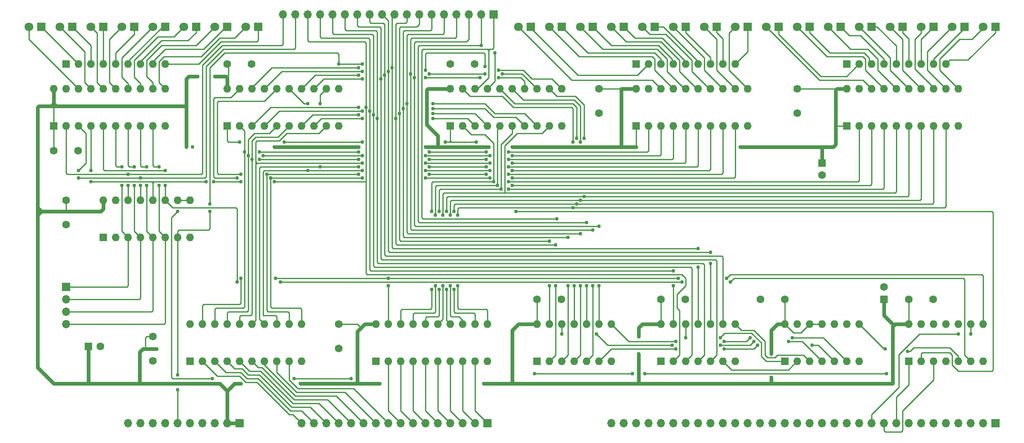
<source format=gbr>
G04 #@! TF.GenerationSoftware,KiCad,Pcbnew,(5.1.5)-3*
G04 #@! TF.CreationDate,2020-11-29T18:51:24-08:00*
G04 #@! TF.ProjectId,alu_res_flags,616c755f-7265-4735-9f66-6c6167732e6b,rev?*
G04 #@! TF.SameCoordinates,Original*
G04 #@! TF.FileFunction,Copper,L1,Top*
G04 #@! TF.FilePolarity,Positive*
%FSLAX46Y46*%
G04 Gerber Fmt 4.6, Leading zero omitted, Abs format (unit mm)*
G04 Created by KiCad (PCBNEW (5.1.5)-3) date 2020-11-29 18:51:24*
%MOMM*%
%LPD*%
G04 APERTURE LIST*
%ADD10C,1.600000*%
%ADD11R,1.600000X1.600000*%
%ADD12O,1.700000X1.700000*%
%ADD13R,1.700000X1.700000*%
%ADD14O,1.600000X1.600000*%
%ADD15C,1.800000*%
%ADD16R,1.800000X1.800000*%
%ADD17C,0.762000*%
%ADD18C,0.762000*%
%ADD19C,0.254000*%
G04 APERTURE END LIST*
D10*
X228600000Y-121960000D03*
D11*
X228600000Y-124460000D03*
D10*
X215900000Y-99020000D03*
D11*
X215900000Y-96520000D03*
D12*
X172720000Y-149860000D03*
X175260000Y-149860000D03*
X177800000Y-149860000D03*
X180340000Y-149860000D03*
X182880000Y-149860000D03*
X185420000Y-149860000D03*
X187960000Y-149860000D03*
X190500000Y-149860000D03*
X193040000Y-149860000D03*
X195580000Y-149860000D03*
X198120000Y-149860000D03*
X200660000Y-149860000D03*
X203200000Y-149860000D03*
X205740000Y-149860000D03*
X208280000Y-149860000D03*
X210820000Y-149860000D03*
X213360000Y-149860000D03*
X215900000Y-149860000D03*
X218440000Y-149860000D03*
X220980000Y-149860000D03*
X223520000Y-149860000D03*
X226060000Y-149860000D03*
X228600000Y-149860000D03*
X231140000Y-149860000D03*
X233680000Y-149860000D03*
X236220000Y-149860000D03*
X238760000Y-149860000D03*
X241300000Y-149860000D03*
X243840000Y-149860000D03*
X246380000Y-149860000D03*
X248920000Y-149860000D03*
D13*
X251460000Y-149860000D03*
X147320000Y-149860000D03*
D12*
X144780000Y-149860000D03*
X142240000Y-149860000D03*
X139700000Y-149860000D03*
X137160000Y-149860000D03*
X134620000Y-149860000D03*
X132080000Y-149860000D03*
X129540000Y-149860000D03*
X127000000Y-149860000D03*
X124460000Y-149860000D03*
X121920000Y-149860000D03*
X119380000Y-149860000D03*
X116840000Y-149860000D03*
X114300000Y-149860000D03*
X111760000Y-149860000D03*
X109220000Y-149860000D03*
D13*
X96520000Y-149860000D03*
D12*
X93980000Y-149860000D03*
X91440000Y-149860000D03*
X88900000Y-149860000D03*
X86360000Y-149860000D03*
X83820000Y-149860000D03*
X81280000Y-149860000D03*
X78740000Y-149860000D03*
X76200000Y-149860000D03*
X73660000Y-149860000D03*
D10*
X68032000Y-134112000D03*
D11*
X65532000Y-134112000D03*
D12*
X105410000Y-66040000D03*
X107950000Y-66040000D03*
X110490000Y-66040000D03*
X113030000Y-66040000D03*
X115570000Y-66040000D03*
X118110000Y-66040000D03*
X120650000Y-66040000D03*
X123190000Y-66040000D03*
X125730000Y-66040000D03*
X128270000Y-66040000D03*
X130810000Y-66040000D03*
X133350000Y-66040000D03*
X135890000Y-66040000D03*
X138430000Y-66040000D03*
X140970000Y-66040000D03*
X143510000Y-66040000D03*
X146050000Y-66040000D03*
D13*
X148590000Y-66040000D03*
D14*
X208280000Y-129540000D03*
X223520000Y-137160000D03*
X210820000Y-129540000D03*
X220980000Y-137160000D03*
X213360000Y-129540000D03*
X218440000Y-137160000D03*
X215900000Y-129540000D03*
X215900000Y-137160000D03*
X218440000Y-129540000D03*
X213360000Y-137160000D03*
X220980000Y-129540000D03*
X210820000Y-137160000D03*
X223520000Y-129540000D03*
D11*
X208280000Y-137160000D03*
D14*
X58420000Y-81280000D03*
X81280000Y-88900000D03*
X60960000Y-81280000D03*
X78740000Y-88900000D03*
X63500000Y-81280000D03*
X76200000Y-88900000D03*
X66040000Y-81280000D03*
X73660000Y-88900000D03*
X68580000Y-81280000D03*
X71120000Y-88900000D03*
X71120000Y-81280000D03*
X68580000Y-88900000D03*
X73660000Y-81280000D03*
X66040000Y-88900000D03*
X76200000Y-81280000D03*
X63500000Y-88900000D03*
X78740000Y-81280000D03*
X60960000Y-88900000D03*
X81280000Y-81280000D03*
D11*
X58420000Y-88900000D03*
D14*
X68580000Y-104140000D03*
X86360000Y-111760000D03*
X71120000Y-104140000D03*
X83820000Y-111760000D03*
X73660000Y-104140000D03*
X81280000Y-111760000D03*
X76200000Y-104140000D03*
X78740000Y-111760000D03*
X78740000Y-104140000D03*
X76200000Y-111760000D03*
X81280000Y-104140000D03*
X73660000Y-111760000D03*
X83820000Y-104140000D03*
X71120000Y-111760000D03*
X86360000Y-104140000D03*
D11*
X68580000Y-111760000D03*
D14*
X220980000Y-81280000D03*
X243840000Y-88900000D03*
X223520000Y-81280000D03*
X241300000Y-88900000D03*
X226060000Y-81280000D03*
X238760000Y-88900000D03*
X228600000Y-81280000D03*
X236220000Y-88900000D03*
X231140000Y-81280000D03*
X233680000Y-88900000D03*
X233680000Y-81280000D03*
X231140000Y-88900000D03*
X236220000Y-81280000D03*
X228600000Y-88900000D03*
X238760000Y-81280000D03*
X226060000Y-88900000D03*
X241300000Y-81280000D03*
X223520000Y-88900000D03*
X243840000Y-81280000D03*
D11*
X220980000Y-88900000D03*
D14*
X177800000Y-81280000D03*
X200660000Y-88900000D03*
X180340000Y-81280000D03*
X198120000Y-88900000D03*
X182880000Y-81280000D03*
X195580000Y-88900000D03*
X185420000Y-81280000D03*
X193040000Y-88900000D03*
X187960000Y-81280000D03*
X190500000Y-88900000D03*
X190500000Y-81280000D03*
X187960000Y-88900000D03*
X193040000Y-81280000D03*
X185420000Y-88900000D03*
X195580000Y-81280000D03*
X182880000Y-88900000D03*
X198120000Y-81280000D03*
X180340000Y-88900000D03*
X200660000Y-81280000D03*
D11*
X177800000Y-88900000D03*
D14*
X157480000Y-129540000D03*
X172720000Y-137160000D03*
X160020000Y-129540000D03*
X170180000Y-137160000D03*
X162560000Y-129540000D03*
X167640000Y-137160000D03*
X165100000Y-129540000D03*
X165100000Y-137160000D03*
X167640000Y-129540000D03*
X162560000Y-137160000D03*
X170180000Y-129540000D03*
X160020000Y-137160000D03*
X172720000Y-129540000D03*
D11*
X157480000Y-137160000D03*
D14*
X182880000Y-129540000D03*
X198120000Y-137160000D03*
X185420000Y-129540000D03*
X195580000Y-137160000D03*
X187960000Y-129540000D03*
X193040000Y-137160000D03*
X190500000Y-129540000D03*
X190500000Y-137160000D03*
X193040000Y-129540000D03*
X187960000Y-137160000D03*
X195580000Y-129540000D03*
X185420000Y-137160000D03*
X198120000Y-129540000D03*
D11*
X182880000Y-137160000D03*
D14*
X124460000Y-129540000D03*
X147320000Y-137160000D03*
X127000000Y-129540000D03*
X144780000Y-137160000D03*
X129540000Y-129540000D03*
X142240000Y-137160000D03*
X132080000Y-129540000D03*
X139700000Y-137160000D03*
X134620000Y-129540000D03*
X137160000Y-137160000D03*
X137160000Y-129540000D03*
X134620000Y-137160000D03*
X139700000Y-129540000D03*
X132080000Y-137160000D03*
X142240000Y-129540000D03*
X129540000Y-137160000D03*
X144780000Y-129540000D03*
X127000000Y-137160000D03*
X147320000Y-129540000D03*
D11*
X124460000Y-137160000D03*
D14*
X86360000Y-129540000D03*
X109220000Y-137160000D03*
X88900000Y-129540000D03*
X106680000Y-137160000D03*
X91440000Y-129540000D03*
X104140000Y-137160000D03*
X93980000Y-129540000D03*
X101600000Y-137160000D03*
X96520000Y-129540000D03*
X99060000Y-137160000D03*
X99060000Y-129540000D03*
X96520000Y-137160000D03*
X101600000Y-129540000D03*
X93980000Y-137160000D03*
X104140000Y-129540000D03*
X91440000Y-137160000D03*
X106680000Y-129540000D03*
X88900000Y-137160000D03*
X109220000Y-129540000D03*
D11*
X86360000Y-137160000D03*
D14*
X93980000Y-81280000D03*
X116840000Y-88900000D03*
X96520000Y-81280000D03*
X114300000Y-88900000D03*
X99060000Y-81280000D03*
X111760000Y-88900000D03*
X101600000Y-81280000D03*
X109220000Y-88900000D03*
X104140000Y-81280000D03*
X106680000Y-88900000D03*
X106680000Y-81280000D03*
X104140000Y-88900000D03*
X109220000Y-81280000D03*
X101600000Y-88900000D03*
X111760000Y-81280000D03*
X99060000Y-88900000D03*
X114300000Y-81280000D03*
X96520000Y-88900000D03*
X116840000Y-81280000D03*
D11*
X93980000Y-88900000D03*
D14*
X139700000Y-81280000D03*
X162560000Y-88900000D03*
X142240000Y-81280000D03*
X160020000Y-88900000D03*
X144780000Y-81280000D03*
X157480000Y-88900000D03*
X147320000Y-81280000D03*
X154940000Y-88900000D03*
X149860000Y-81280000D03*
X152400000Y-88900000D03*
X152400000Y-81280000D03*
X149860000Y-88900000D03*
X154940000Y-81280000D03*
X147320000Y-88900000D03*
X157480000Y-81280000D03*
X144780000Y-88900000D03*
X160020000Y-81280000D03*
X142240000Y-88900000D03*
X162560000Y-81280000D03*
D11*
X139700000Y-88900000D03*
D14*
X233680000Y-129540000D03*
X248920000Y-137160000D03*
X236220000Y-129540000D03*
X246380000Y-137160000D03*
X238760000Y-129540000D03*
X243840000Y-137160000D03*
X241300000Y-129540000D03*
X241300000Y-137160000D03*
X243840000Y-129540000D03*
X238760000Y-137160000D03*
X246380000Y-129540000D03*
X236220000Y-137160000D03*
X248920000Y-129540000D03*
D11*
X233680000Y-137160000D03*
D14*
X81280000Y-76200000D03*
X78740000Y-76200000D03*
X76200000Y-76200000D03*
X73660000Y-76200000D03*
X71120000Y-76200000D03*
X68580000Y-76200000D03*
X66040000Y-76200000D03*
X63500000Y-76200000D03*
D11*
X60960000Y-76200000D03*
D14*
X241300000Y-76200000D03*
X238760000Y-76200000D03*
X236220000Y-76200000D03*
X233680000Y-76200000D03*
X231140000Y-76200000D03*
X228600000Y-76200000D03*
X226060000Y-76200000D03*
X223520000Y-76200000D03*
D11*
X220980000Y-76200000D03*
D14*
X198120000Y-76200000D03*
X195580000Y-76200000D03*
X193040000Y-76200000D03*
X190500000Y-76200000D03*
X187960000Y-76200000D03*
X185420000Y-76200000D03*
X182880000Y-76200000D03*
X180340000Y-76200000D03*
D11*
X177800000Y-76200000D03*
D12*
X60960000Y-129540000D03*
X60960000Y-127000000D03*
X60960000Y-124460000D03*
D13*
X60960000Y-121920000D03*
D15*
X72390000Y-68580000D03*
D16*
X74930000Y-68580000D03*
D15*
X66040000Y-68580000D03*
D16*
X68580000Y-68580000D03*
D15*
X59690000Y-68580000D03*
D16*
X62230000Y-68580000D03*
D15*
X53340000Y-68580000D03*
D16*
X55880000Y-68580000D03*
D15*
X97790000Y-68580000D03*
D16*
X100330000Y-68580000D03*
D15*
X91440000Y-68580000D03*
D16*
X93980000Y-68580000D03*
D15*
X85090000Y-68580000D03*
D16*
X87630000Y-68580000D03*
D15*
X78740000Y-68580000D03*
D16*
X81280000Y-68580000D03*
D15*
X153670000Y-68580000D03*
D16*
X156210000Y-68580000D03*
D15*
X160020000Y-68580000D03*
D16*
X162560000Y-68580000D03*
D15*
X166370000Y-68580000D03*
D16*
X168910000Y-68580000D03*
D15*
X172720000Y-68580000D03*
D16*
X175260000Y-68580000D03*
D15*
X179070000Y-68580000D03*
D16*
X181610000Y-68580000D03*
D15*
X185420000Y-68580000D03*
D16*
X187960000Y-68580000D03*
D15*
X191770000Y-68580000D03*
D16*
X194310000Y-68580000D03*
D15*
X198120000Y-68580000D03*
D16*
X200660000Y-68580000D03*
D15*
X204470000Y-68580000D03*
D16*
X207010000Y-68580000D03*
D15*
X210820000Y-68580000D03*
D16*
X213360000Y-68580000D03*
D15*
X217170000Y-68580000D03*
D16*
X219710000Y-68580000D03*
D15*
X223520000Y-68580000D03*
D16*
X226060000Y-68580000D03*
D15*
X229870000Y-68580000D03*
D16*
X232410000Y-68580000D03*
D15*
X236220000Y-68580000D03*
D16*
X238760000Y-68580000D03*
D15*
X242570000Y-68580000D03*
D16*
X245110000Y-68580000D03*
D15*
X248920000Y-68580000D03*
D16*
X251460000Y-68580000D03*
D10*
X203280000Y-124460000D03*
X208280000Y-124460000D03*
X162480000Y-124460000D03*
X157480000Y-124460000D03*
X187880000Y-124460000D03*
X182880000Y-124460000D03*
X238680000Y-124460000D03*
X233680000Y-124460000D03*
X63420000Y-93980000D03*
X58420000Y-93980000D03*
X60960000Y-109140000D03*
X60960000Y-104140000D03*
X210820000Y-86280000D03*
X210820000Y-81280000D03*
X170180000Y-86280000D03*
X170180000Y-81280000D03*
X116840000Y-134540000D03*
X116840000Y-129540000D03*
X78740000Y-137080000D03*
X78740000Y-132080000D03*
X98980000Y-76200000D03*
X93980000Y-76200000D03*
X144700000Y-76200000D03*
X139700000Y-76200000D03*
D17*
X146050000Y-93218000D03*
X103632000Y-93218000D03*
X120904012Y-93218000D03*
X205486000Y-141732000D03*
X205486000Y-135636000D03*
X178308000Y-132080000D03*
X178308000Y-135636000D03*
X146558000Y-141732000D03*
X125222000Y-141732000D03*
X108966000Y-141732000D03*
X95504000Y-141732000D03*
X85598000Y-93218000D03*
X86614000Y-78740000D03*
X91440000Y-78740000D03*
X152400000Y-93218000D03*
X177799990Y-93218000D03*
X78232000Y-134620000D03*
X205486000Y-134366000D03*
X205486000Y-140461980D03*
X178308000Y-136906000D03*
X178308000Y-130810000D03*
X147828000Y-141732000D03*
X123952000Y-141732000D03*
X110236000Y-141732000D03*
X96774000Y-141732000D03*
X79502000Y-134620000D03*
X86868000Y-93218000D03*
X87884000Y-78740000D03*
X92710000Y-78740000D03*
X104902000Y-93218000D03*
X119634000Y-93218000D03*
X134620000Y-93218000D03*
X136144012Y-93218000D03*
X147574000Y-93217996D03*
X153670000Y-93218000D03*
X176530000Y-93218000D03*
X199136000Y-93218000D03*
X200406000Y-93218000D03*
X73660000Y-101092000D03*
X73659990Y-98806000D03*
X76200000Y-99568000D03*
X76200000Y-101092000D03*
X63500000Y-99568000D03*
X63500000Y-98044000D03*
X123190000Y-85852000D03*
X121666000Y-85852000D03*
X185420000Y-118618000D03*
X185420000Y-121665996D03*
X120904000Y-86614000D03*
X123952000Y-86614000D03*
X121666000Y-87376000D03*
X124714000Y-87376000D03*
X121666000Y-79248000D03*
X125476000Y-79248000D03*
X120904000Y-78486000D03*
X126238000Y-78486000D03*
X121666000Y-77724000D03*
X127000000Y-77724000D03*
X193040000Y-114808000D03*
X193040000Y-117094028D03*
X120904000Y-76962000D03*
X127762000Y-76962000D03*
X190500000Y-114046000D03*
X190500000Y-117856000D03*
X161290000Y-113284000D03*
X161290000Y-121665994D03*
X136144000Y-87376000D03*
X128524000Y-87376000D03*
X160020000Y-112522000D03*
X160019990Y-121666000D03*
X136143990Y-86360000D03*
X129286000Y-86360000D03*
X163830000Y-111760000D03*
X163830000Y-121666000D03*
X136143996Y-85344000D03*
X130048000Y-85344018D03*
X166370000Y-110998000D03*
X166370000Y-121666000D03*
X136144000Y-84328000D03*
X130810000Y-84328000D03*
X150368000Y-78232000D03*
X131572000Y-78232000D03*
X135382000Y-78232000D03*
X168910000Y-110236000D03*
X168910000Y-121666000D03*
X146812000Y-78232000D03*
X145795958Y-78994000D03*
X149606000Y-78994000D03*
X132334000Y-78994000D03*
X134620000Y-78994000D03*
X170180000Y-109474000D03*
X170180000Y-121666000D03*
X148844000Y-73914000D03*
X167640000Y-108712000D03*
X167640004Y-121666000D03*
X146050000Y-72390006D03*
X161543992Y-107950000D03*
X165099988Y-121666000D03*
X149606000Y-77470000D03*
X134620000Y-77470000D03*
X121666000Y-76200000D03*
X116840000Y-76200000D03*
X146812000Y-76708000D03*
X90424000Y-104902000D03*
X90424014Y-106426000D03*
X83820000Y-139954000D03*
X83820000Y-143002000D03*
X243840000Y-131572000D03*
X246380000Y-131572000D03*
X80010000Y-101092000D03*
X80010000Y-97282000D03*
X77470000Y-101092000D03*
X77470000Y-97282000D03*
X74930000Y-101092000D03*
X74930000Y-97282000D03*
X72390000Y-101092000D03*
X72390000Y-97282000D03*
X197104000Y-120904000D03*
X187198000Y-120904000D03*
X96012000Y-120904000D03*
X81280000Y-101092000D03*
X81280000Y-98044000D03*
X104902000Y-120904000D03*
X228853998Y-134619998D03*
X233426000Y-135127988D03*
X107696000Y-140716002D03*
X229108000Y-139700000D03*
X177038000Y-139700000D03*
X179578000Y-139700000D03*
X156971994Y-139700000D03*
X119380000Y-140716000D03*
X90931992Y-140716000D03*
X83820000Y-106426000D03*
X153162000Y-106426000D03*
X121666000Y-92202000D03*
X105664000Y-92202000D03*
X96520000Y-92202000D03*
X145034000Y-92202000D03*
X138684000Y-92202000D03*
X196342000Y-120142000D03*
X186436000Y-120142000D03*
X127000000Y-121666000D03*
X127000000Y-120142000D03*
X96774000Y-120142000D03*
X103886016Y-120142000D03*
X141224000Y-107188000D03*
X164846000Y-92202000D03*
X164846000Y-105664000D03*
X141224000Y-121666000D03*
X138176000Y-107188000D03*
X138176000Y-121666000D03*
X165608000Y-91440000D03*
X165608000Y-104902000D03*
X140462000Y-122428000D03*
X140462000Y-106426000D03*
X150114000Y-101854000D03*
X137414000Y-106426000D03*
X137414000Y-122428000D03*
X151638000Y-101854000D03*
X139700000Y-107188000D03*
X166370000Y-92202000D03*
X166370000Y-104140000D03*
X139700000Y-121666000D03*
X149352000Y-101092000D03*
X136652000Y-107188000D03*
X136652000Y-121666000D03*
X152400000Y-101092000D03*
X167132000Y-91440000D03*
X167132000Y-103378000D03*
X138938000Y-122428000D03*
X138938000Y-106426000D03*
X148590000Y-100330000D03*
X135890000Y-106426000D03*
X135890000Y-122428000D03*
X151638000Y-100330000D03*
X147828000Y-99568000D03*
X134620000Y-99568000D03*
X121666000Y-99568000D03*
X102870000Y-99568000D03*
X96012000Y-99568000D03*
X152400000Y-99568000D03*
X147828000Y-96520000D03*
X134620000Y-96520000D03*
X121666000Y-96520000D03*
X152400000Y-96520000D03*
X147066000Y-98806000D03*
X135382000Y-98806000D03*
X120904000Y-98806000D03*
X96774000Y-98806000D03*
X102108000Y-98806000D03*
X151638000Y-98806000D03*
X147066000Y-95758000D03*
X135382000Y-95758000D03*
X120904000Y-95758000D03*
X99060000Y-95758000D03*
X100584000Y-95758000D03*
X151638000Y-95758000D03*
X147828000Y-98044000D03*
X134620000Y-98044000D03*
X121666000Y-98044000D03*
X110490000Y-84328000D03*
X110490000Y-98044000D03*
X152400000Y-98044000D03*
X147828000Y-94996000D03*
X134620000Y-94996000D03*
X121666000Y-94996000D03*
X98298000Y-94996000D03*
X101346000Y-94996000D03*
X152400000Y-94996000D03*
X147066000Y-97282000D03*
X135382000Y-97282000D03*
X120904000Y-97282000D03*
X113030000Y-84328000D03*
X113030000Y-97282000D03*
X151638000Y-97282000D03*
X147066000Y-94234000D03*
X135382000Y-94234000D03*
X120904000Y-94234000D03*
X97536000Y-94234000D03*
X100584000Y-94234000D03*
X151638000Y-94234000D03*
X195072000Y-132334000D03*
X187960000Y-132334000D03*
X213868000Y-133858000D03*
X202692000Y-133858000D03*
X195834000Y-134620006D03*
X185928000Y-134620000D03*
X169672000Y-131572000D03*
X162560000Y-131572012D03*
X209042000Y-133096000D03*
X201930000Y-133096000D03*
X195072000Y-133858000D03*
X185166000Y-133858000D03*
X201168000Y-132334000D03*
X185928000Y-133096000D03*
X195834000Y-133096000D03*
X209803998Y-132334000D03*
X120904000Y-85090000D03*
X122428000Y-85090000D03*
X103632000Y-100330000D03*
X96774000Y-100330000D03*
X91186000Y-100330000D03*
X89662000Y-100330000D03*
X66040000Y-100330000D03*
X66040000Y-98044000D03*
D18*
X103632000Y-93218000D02*
X103632000Y-93218000D01*
X178308000Y-135636000D02*
X178308000Y-135636000D01*
X230378000Y-141732000D02*
X230378000Y-136652000D01*
X230378000Y-136652000D02*
X230378000Y-130048000D01*
X230378000Y-130048000D02*
X230632000Y-129794000D01*
X230632000Y-129794000D02*
X230886000Y-129540000D01*
X230886000Y-129540000D02*
X233680000Y-129540000D01*
X205486000Y-141732000D02*
X230378000Y-141732000D01*
X205486000Y-130810000D02*
X205486000Y-135636000D01*
X208280000Y-129540000D02*
X206756000Y-129540000D01*
X206756000Y-129540000D02*
X205486000Y-130810000D01*
X178308000Y-132080000D02*
X178308000Y-132080000D01*
X178308000Y-141732000D02*
X205486000Y-141732000D01*
X157480000Y-129540000D02*
X153670000Y-129540000D01*
X153670000Y-129540000D02*
X152400000Y-130810000D01*
X152400000Y-130810000D02*
X152400000Y-141732000D01*
X152400000Y-141732000D02*
X178308000Y-141732000D01*
X124460000Y-129540000D02*
X122174000Y-129540000D01*
X120650000Y-131064000D02*
X120650000Y-141732000D01*
X137160000Y-93218000D02*
X137160000Y-90932000D01*
X146050000Y-93218000D02*
X137160000Y-93218000D01*
X137160000Y-90932000D02*
X134874000Y-88646000D01*
X134874000Y-88646000D02*
X134874000Y-81534000D01*
X134874000Y-81534000D02*
X135128000Y-81280000D01*
X135128000Y-81280000D02*
X139700000Y-81280000D01*
X96520000Y-149860000D02*
X93980000Y-149860000D01*
X93980000Y-149860000D02*
X93980000Y-143256000D01*
X93980000Y-143256000D02*
X95504000Y-141732000D01*
X93980000Y-143256000D02*
X92456000Y-141732000D01*
X92456000Y-141732000D02*
X85598000Y-141732000D01*
X58420000Y-141732000D02*
X55118000Y-138430000D01*
X55118000Y-85110974D02*
X55392974Y-84836000D01*
X55118000Y-85344000D02*
X55118000Y-85110974D01*
X85344000Y-84836000D02*
X85598000Y-85090000D01*
X85598000Y-85090000D02*
X85598000Y-93218000D01*
X68580000Y-105918000D02*
X68580000Y-104140000D01*
X68072000Y-106426000D02*
X68580000Y-105918000D01*
X55118000Y-105664000D02*
X55880000Y-106426000D01*
X55118000Y-106426000D02*
X55880000Y-106426000D01*
X55118000Y-105664000D02*
X55118000Y-85344000D01*
X55118000Y-106426000D02*
X55118000Y-105664000D01*
X55880000Y-106426000D02*
X55118000Y-107188000D01*
X55118000Y-138430000D02*
X55118000Y-107188000D01*
X55118000Y-107188000D02*
X55118000Y-106426000D01*
X57658000Y-84836000D02*
X57912000Y-84836000D01*
X57658000Y-84836000D02*
X58420000Y-84836000D01*
X55392974Y-84836000D02*
X57658000Y-84836000D01*
X58420000Y-81280000D02*
X58420000Y-84328000D01*
X57912000Y-84836000D02*
X58420000Y-84328000D01*
X58420000Y-84328000D02*
X58420000Y-84836000D01*
X58420000Y-84328000D02*
X58928000Y-84836000D01*
X58420000Y-84836000D02*
X58928000Y-84836000D01*
X58928000Y-84836000D02*
X85344000Y-84836000D01*
X86106000Y-78740000D02*
X86614000Y-78740000D01*
X85598000Y-85090000D02*
X85598000Y-79248000D01*
X85598000Y-79248000D02*
X86106000Y-78740000D01*
X87630000Y-78740000D02*
X87630000Y-78740000D01*
X174752000Y-81280000D02*
X174752000Y-93218000D01*
X174752000Y-81280000D02*
X177800000Y-81280000D01*
D19*
X174752000Y-81280000D02*
X170180000Y-81280000D01*
X177800000Y-93217990D02*
X177799990Y-93218000D01*
X177800000Y-88900000D02*
X177800000Y-93217990D01*
D18*
X218694000Y-81788000D02*
X218694000Y-81534000D01*
X218948000Y-81280000D02*
X220726000Y-81280000D01*
X218694000Y-81534000D02*
X218948000Y-81280000D01*
X220726000Y-81280000D02*
X220980000Y-81280000D01*
D19*
X220980000Y-88900000D02*
X218694000Y-88900000D01*
D18*
X218694000Y-88900000D02*
X218694000Y-81788000D01*
D19*
X218440000Y-81280000D02*
X218694000Y-81534000D01*
X210820000Y-81280000D02*
X218440000Y-81280000D01*
X94234000Y-78486000D02*
X93980000Y-78740000D01*
X93980000Y-76200000D02*
X94234000Y-76454000D01*
X94234000Y-76454000D02*
X94234000Y-78486000D01*
X58420000Y-88900000D02*
X58420000Y-84836000D01*
X58420000Y-93980000D02*
X58420000Y-88900000D01*
X60960000Y-105271370D02*
X60960000Y-106426000D01*
X60960000Y-104140000D02*
X60960000Y-105271370D01*
D18*
X55880000Y-106426000D02*
X60960000Y-106426000D01*
X60960000Y-106426000D02*
X68072000Y-106426000D01*
D19*
X208280000Y-129540000D02*
X208280000Y-128408630D01*
X208280000Y-128408630D02*
X208280000Y-124460000D01*
X208280000Y-129540000D02*
X209079999Y-130339999D01*
X209079999Y-130339999D02*
X210058000Y-131318000D01*
X210058000Y-131318000D02*
X211582000Y-131318000D01*
X211582000Y-131318000D02*
X213360000Y-129540000D01*
X213360000Y-129540000D02*
X215900000Y-129540000D01*
X233680000Y-124460000D02*
X233680000Y-129540000D01*
X182880000Y-124460000D02*
X182880000Y-129540000D01*
X157480000Y-124460000D02*
X157480000Y-129540000D01*
X120650000Y-129540000D02*
X121412000Y-130302000D01*
X116840000Y-129540000D02*
X120650000Y-129540000D01*
D18*
X122174000Y-129540000D02*
X121412000Y-130302000D01*
X121412000Y-130302000D02*
X120650000Y-131064000D01*
X85598000Y-141732000D02*
X76200000Y-141732000D01*
X76054001Y-135273999D02*
X76054001Y-141586001D01*
X76054001Y-141586001D02*
X76200000Y-141732000D01*
X76708000Y-134620000D02*
X76054001Y-135273999D01*
D19*
X78740000Y-132080000D02*
X77470000Y-132080000D01*
X77470000Y-132080000D02*
X77216000Y-132334000D01*
X77216000Y-132334000D02*
X77216000Y-134620000D01*
D18*
X77216000Y-134620000D02*
X76708000Y-134620000D01*
X76200000Y-141732000D02*
X65532000Y-141732000D01*
X65532000Y-141732000D02*
X58420000Y-141732000D01*
X65532000Y-134112000D02*
X65532000Y-141732000D01*
X205486000Y-141732000D02*
X205486000Y-140461980D01*
X178308000Y-135636000D02*
X178308000Y-136906000D01*
X178308000Y-141732000D02*
X178308000Y-136906000D01*
X178308000Y-132080000D02*
X178308000Y-130810000D01*
X178308000Y-130302000D02*
X178308000Y-130810000D01*
X182880000Y-129540000D02*
X179070000Y-129540000D01*
X179070000Y-129540000D02*
X178308000Y-130302000D01*
X146558000Y-141732000D02*
X147828000Y-141732000D01*
X152400000Y-141732000D02*
X147828000Y-141732000D01*
X120650000Y-141732000D02*
X123952000Y-141732000D01*
X125222000Y-141732000D02*
X123952000Y-141732000D01*
X108966000Y-141732000D02*
X110236000Y-141732000D01*
X120650000Y-141732000D02*
X110236000Y-141732000D01*
X95504000Y-141732000D02*
X96774000Y-141732000D01*
X77216000Y-134620000D02*
X79502000Y-134620000D01*
X87630000Y-78740000D02*
X87884000Y-78740000D01*
X86614000Y-78740000D02*
X87630000Y-78740000D01*
X91440000Y-78740000D02*
X92710000Y-78740000D01*
X93980000Y-81280000D02*
X93980000Y-78994000D01*
X93726000Y-78740000D02*
X92710000Y-78740000D01*
X93980000Y-78994000D02*
X93726000Y-78740000D01*
X103632000Y-93218000D02*
X104902000Y-93218000D01*
X104902000Y-93218000D02*
X119634000Y-93218000D01*
X120904012Y-93218000D02*
X119634000Y-93218000D01*
X137160000Y-93218000D02*
X136144012Y-93218000D01*
X134620000Y-93218000D02*
X136144012Y-93218000D01*
X146050000Y-93218000D02*
X147573996Y-93218000D01*
X147573996Y-93218000D02*
X147574000Y-93217996D01*
X152400000Y-93218000D02*
X153670000Y-93218000D01*
X153670000Y-93218000D02*
X176530000Y-93218000D01*
X177799990Y-93218000D02*
X176530000Y-93218000D01*
X199136000Y-93218000D02*
X200406000Y-93218000D01*
X200971685Y-93218000D02*
X200406000Y-93218000D01*
X218694000Y-88900000D02*
X218694000Y-92710000D01*
X218694000Y-92710000D02*
X218186000Y-93218000D01*
X218186000Y-93218000D02*
X215900000Y-93218000D01*
X215900000Y-96520000D02*
X215900000Y-93218000D01*
X215900000Y-93218000D02*
X200971685Y-93218000D01*
X228600000Y-124460000D02*
X228600000Y-127762000D01*
X230378000Y-129540000D02*
X230632000Y-129794000D01*
X228600000Y-127762000D02*
X230378000Y-129540000D01*
D19*
X246634000Y-71120000D02*
X249174000Y-68580000D01*
X244094000Y-71120000D02*
X246634000Y-71120000D01*
X243840000Y-81280000D02*
X240030000Y-77470000D01*
X240030000Y-75184000D02*
X244094000Y-71120000D01*
X240030000Y-77470000D02*
X240030000Y-75184000D01*
X242099999Y-75400001D02*
X245147999Y-75400001D01*
X241300000Y-76200000D02*
X242099999Y-75400001D01*
X245793999Y-75400001D02*
X251460000Y-69734000D01*
X245147999Y-75400001D02*
X245793999Y-75400001D01*
X251460000Y-69734000D02*
X251460000Y-68580000D01*
X237490000Y-77470000D02*
X241300000Y-81280000D01*
X242570000Y-68580000D02*
X237490000Y-73660000D01*
X237490000Y-73660000D02*
X237490000Y-77470000D01*
X245110000Y-68834000D02*
X245110000Y-68580000D01*
X238760000Y-76200000D02*
X238760000Y-75184000D01*
X238760000Y-75184000D02*
X245110000Y-68834000D01*
X238760000Y-81280000D02*
X238760000Y-81026000D01*
X238506000Y-81026000D02*
X238760000Y-81280000D01*
X236220000Y-69852792D02*
X234950000Y-71122792D01*
X236220000Y-68580000D02*
X236220000Y-69852792D01*
X234950000Y-77216000D02*
X238506000Y-80772000D01*
X234950000Y-71122792D02*
X234950000Y-77216000D01*
X238506000Y-80772000D02*
X238506000Y-81026000D01*
X236220000Y-71120000D02*
X236220000Y-76200000D01*
X238760000Y-68580000D02*
X236220000Y-71120000D01*
X236220000Y-81280000D02*
X235966000Y-81280000D01*
X232664000Y-77724000D02*
X236220000Y-81280000D01*
X229870000Y-68580000D02*
X232410000Y-71120000D01*
X232410000Y-77470000D02*
X232664000Y-77724000D01*
X232410000Y-71120000D02*
X232410000Y-77470000D01*
X232410000Y-69734000D02*
X233680000Y-71004000D01*
X232410000Y-68580000D02*
X232410000Y-69734000D01*
X233680000Y-71004000D02*
X233680000Y-76454000D01*
X229870000Y-77470000D02*
X232880001Y-80480001D01*
X223520000Y-68580000D02*
X229870000Y-74930000D01*
X232880001Y-80480001D02*
X233680000Y-81280000D01*
X229870000Y-74930000D02*
X229870000Y-77470000D01*
X231140000Y-72506000D02*
X231140000Y-75068630D01*
X226060000Y-68580000D02*
X227214000Y-68580000D01*
X227214000Y-68580000D02*
X231140000Y-72506000D01*
X231140000Y-75068630D02*
X231140000Y-76200000D01*
X230340001Y-80480001D02*
X231140000Y-81280000D01*
X221742000Y-73152000D02*
X225298000Y-73152000D01*
X217170000Y-68580000D02*
X221742000Y-73152000D01*
X225298000Y-73152000D02*
X227330000Y-75184000D01*
X227330000Y-77470000D02*
X230340001Y-80480001D01*
X227330000Y-75184000D02*
X227330000Y-77470000D01*
X228600000Y-75184000D02*
X228600000Y-76200000D01*
X223774000Y-70358000D02*
X228600000Y-75184000D01*
X219710000Y-68580000D02*
X221488000Y-70358000D01*
X221488000Y-70358000D02*
X223774000Y-70358000D01*
X210820000Y-68580000D02*
X216916000Y-74676000D01*
X224282000Y-74676000D02*
X224790000Y-75184000D01*
X227800001Y-80480001D02*
X228600000Y-81280000D01*
X224790000Y-75184000D02*
X224790000Y-77470000D01*
X216916000Y-74676000D02*
X224282000Y-74676000D01*
X224790000Y-77470000D02*
X227800001Y-80480001D01*
X225552000Y-75692000D02*
X226060000Y-76200000D01*
X213360000Y-69734000D02*
X217540000Y-73914000D01*
X225552000Y-74930000D02*
X225552000Y-75692000D01*
X213360000Y-68580000D02*
X213360000Y-69734000D01*
X217540000Y-73914000D02*
X224536000Y-73914000D01*
X224536000Y-73914000D02*
X225552000Y-74930000D01*
X225260001Y-80480001D02*
X226060000Y-81280000D01*
X224282000Y-79502000D02*
X225260001Y-80480001D01*
X204470000Y-68580000D02*
X215392000Y-79502000D01*
X215392000Y-79502000D02*
X224282000Y-79502000D01*
X220980000Y-78740000D02*
X222720001Y-76999999D01*
X215646000Y-78740000D02*
X220980000Y-78740000D01*
X222720001Y-76999999D02*
X223520000Y-76200000D01*
X207010000Y-68580000D02*
X207010000Y-70104000D01*
X207010000Y-70104000D02*
X215646000Y-78740000D01*
X197104000Y-77724000D02*
X200660000Y-81280000D01*
X196850000Y-77470000D02*
X197104000Y-77724000D01*
X198120000Y-68580000D02*
X196850000Y-69850000D01*
X196850000Y-69850000D02*
X196850000Y-77470000D01*
X198120000Y-76200000D02*
X200660000Y-73660000D01*
X200660000Y-73660000D02*
X200660000Y-68580000D01*
X194310000Y-77470000D02*
X198120000Y-81280000D01*
X191770000Y-68580000D02*
X194310000Y-71120000D01*
X194310000Y-71120000D02*
X194310000Y-77470000D01*
X195580000Y-71004000D02*
X195580000Y-75946000D01*
X195580000Y-75946000D02*
X195834000Y-76200000D01*
X194310000Y-68580000D02*
X194310000Y-69734000D01*
X194310000Y-69734000D02*
X195580000Y-71004000D01*
X191770000Y-77470000D02*
X194780001Y-80480001D01*
X185420000Y-68580000D02*
X191770000Y-74930000D01*
X194780001Y-80480001D02*
X195580000Y-81280000D01*
X191770000Y-74930000D02*
X191770000Y-77470000D01*
X193040000Y-74814000D02*
X193040000Y-75068630D01*
X187960000Y-68580000D02*
X187960000Y-69734000D01*
X187960000Y-69734000D02*
X193040000Y-74814000D01*
X193040000Y-75068630D02*
X193040000Y-76200000D01*
X189230000Y-77724000D02*
X192786000Y-81280000D01*
X183896000Y-70104000D02*
X189230000Y-75438000D01*
X179070000Y-68580000D02*
X180594000Y-70104000D01*
X189230000Y-75438000D02*
X189230000Y-77724000D01*
X180594000Y-70104000D02*
X183896000Y-70104000D01*
X190246000Y-75438000D02*
X190246000Y-75946000D01*
X181610000Y-68580000D02*
X183388000Y-68580000D01*
X183388000Y-68580000D02*
X190246000Y-75438000D01*
X190246000Y-81280000D02*
X190500000Y-81280000D01*
X172720000Y-68580000D02*
X175768000Y-71628000D01*
X175768000Y-71628000D02*
X182880000Y-71628000D01*
X186690000Y-75438000D02*
X186690000Y-77724000D01*
X182880000Y-71628000D02*
X186690000Y-75438000D01*
X186690000Y-77724000D02*
X190246000Y-81280000D01*
X183134000Y-70866000D02*
X187960000Y-75692000D01*
X187960000Y-75692000D02*
X187960000Y-76200000D01*
X175260000Y-68580000D02*
X177546000Y-70866000D01*
X177546000Y-70866000D02*
X183134000Y-70866000D01*
X184150000Y-75184000D02*
X184150000Y-77724000D01*
X166370000Y-68580000D02*
X170942000Y-73152000D01*
X184150000Y-77724000D02*
X187706000Y-81280000D01*
X182118000Y-73152000D02*
X184150000Y-75184000D01*
X170942000Y-73152000D02*
X182118000Y-73152000D01*
X185166000Y-75184000D02*
X185166000Y-75946000D01*
X182372000Y-72390000D02*
X185166000Y-75184000D01*
X168910000Y-68580000D02*
X172720000Y-72390000D01*
X172720000Y-72390000D02*
X182372000Y-72390000D01*
X181610000Y-77470000D02*
X185420000Y-81280000D01*
X181610000Y-75184000D02*
X181610000Y-77470000D01*
X181089389Y-74663389D02*
X181610000Y-75184000D01*
X160020000Y-68580000D02*
X166103389Y-74663389D01*
X166103389Y-74663389D02*
X181089389Y-74663389D01*
X182880000Y-75184000D02*
X182880000Y-76200000D01*
X181610000Y-73914000D02*
X182880000Y-75184000D01*
X162560000Y-68580000D02*
X167894000Y-73914000D01*
X167894000Y-73914000D02*
X181610000Y-73914000D01*
X182080001Y-80480001D02*
X182880000Y-81280000D01*
X181102000Y-79502000D02*
X182080001Y-80480001D01*
X153670000Y-68580000D02*
X164592000Y-79502000D01*
X164592000Y-79502000D02*
X181102000Y-79502000D01*
X180340000Y-76200000D02*
X178054000Y-78486000D01*
X165862000Y-78486000D02*
X156210000Y-68834000D01*
X178054000Y-78486000D02*
X165862000Y-78486000D01*
X72390000Y-74930000D02*
X77840001Y-69479999D01*
X72390000Y-78878630D02*
X72390000Y-74930000D01*
X77840001Y-69479999D02*
X78740000Y-68580000D01*
X73660000Y-81280000D02*
X73660000Y-80148630D01*
X73660000Y-80148630D02*
X72390000Y-78878630D01*
X80772000Y-68580000D02*
X81280000Y-68580000D01*
X73951999Y-75400001D02*
X80772000Y-68580000D01*
X73914000Y-75400001D02*
X73951999Y-75400001D01*
X73660000Y-76200000D02*
X73914000Y-75946000D01*
X73914000Y-75946000D02*
X73914000Y-75400001D01*
X76200000Y-80148630D02*
X74930000Y-78878630D01*
X83058000Y-70612000D02*
X84190001Y-69479999D01*
X76200000Y-81280000D02*
X76200000Y-80148630D01*
X74930000Y-78878630D02*
X74930000Y-75438000D01*
X84190001Y-69479999D02*
X85090000Y-68580000D01*
X74930000Y-75438000D02*
X79756000Y-70612000D01*
X79756000Y-70612000D02*
X83058000Y-70612000D01*
X87630000Y-69734000D02*
X87630000Y-68580000D01*
X85990000Y-71374000D02*
X87630000Y-69734000D01*
X80518000Y-71374000D02*
X85990000Y-71374000D01*
X76200000Y-76200000D02*
X76200000Y-75692000D01*
X76200000Y-75692000D02*
X80518000Y-71374000D01*
X90540001Y-69479999D02*
X91440000Y-68580000D01*
X87630000Y-72390000D02*
X90540001Y-69479999D01*
X78740000Y-80010000D02*
X77470000Y-78740000D01*
X77470000Y-75438000D02*
X80518000Y-72390000D01*
X78740000Y-81280000D02*
X78740000Y-80010000D01*
X77470000Y-78740000D02*
X77470000Y-75438000D01*
X80518000Y-72390000D02*
X87630000Y-72390000D01*
X93726000Y-68580000D02*
X93980000Y-68580000D01*
X89154000Y-73152000D02*
X93726000Y-68580000D01*
X81280000Y-73152000D02*
X89154000Y-73152000D01*
X78740000Y-76200000D02*
X78740000Y-75692000D01*
X78740000Y-75692000D02*
X81280000Y-73152000D01*
X95504000Y-70866000D02*
X96890001Y-69479999D01*
X92456000Y-70866000D02*
X95504000Y-70866000D01*
X96890001Y-69479999D02*
X97790000Y-68580000D01*
X81280000Y-81280000D02*
X80010000Y-80010000D01*
X80010000Y-75692000D02*
X81026000Y-74676000D01*
X81026000Y-74676000D02*
X88646000Y-74676000D01*
X80010000Y-80010000D02*
X80010000Y-75692000D01*
X88646000Y-74676000D02*
X92456000Y-70866000D01*
X100330000Y-71374000D02*
X100330000Y-68580000D01*
X92710000Y-71628000D02*
X100076000Y-71628000D01*
X81280000Y-76200000D02*
X88138000Y-76200000D01*
X100076000Y-71628000D02*
X100330000Y-71374000D01*
X88138000Y-76200000D02*
X92710000Y-71628000D01*
X53340000Y-68580000D02*
X53340000Y-71120000D01*
X53340000Y-71120000D02*
X63500000Y-81280000D01*
X63500000Y-76200000D02*
X62700001Y-75400001D01*
X62700001Y-75400001D02*
X55880000Y-68580000D01*
X65240001Y-80480001D02*
X66040000Y-81280000D01*
X64770000Y-80010000D02*
X65240001Y-80480001D01*
X59690000Y-68580000D02*
X64770000Y-73660000D01*
X64770000Y-73660000D02*
X64770000Y-80010000D01*
X66040000Y-75068630D02*
X66040000Y-76200000D01*
X62230000Y-68580000D02*
X66040000Y-72390000D01*
X66040000Y-72390000D02*
X66040000Y-75068630D01*
X67310000Y-80010000D02*
X67780001Y-80480001D01*
X67780001Y-80480001D02*
X68580000Y-81280000D01*
X66040000Y-68580000D02*
X67310000Y-69850000D01*
X67310000Y-69850000D02*
X67310000Y-80010000D01*
X68580000Y-68580000D02*
X68580000Y-76200000D01*
X70320001Y-80480001D02*
X71120000Y-81280000D01*
X69850000Y-80010000D02*
X70320001Y-80480001D01*
X72390000Y-68580000D02*
X69850000Y-71120000D01*
X69850000Y-71120000D02*
X69850000Y-80010000D01*
X74930000Y-70104000D02*
X74930000Y-68580000D01*
X71120000Y-76200000D02*
X71120000Y-73914000D01*
X71120000Y-73914000D02*
X74930000Y-70104000D01*
X73660000Y-101092000D02*
X73660000Y-103886000D01*
X73660000Y-103886000D02*
X73660000Y-104140000D01*
X60960000Y-98552000D02*
X60960000Y-88900000D01*
X73659990Y-98806000D02*
X61214000Y-98806000D01*
X61214000Y-98806000D02*
X60960000Y-98552000D01*
X88900000Y-98552000D02*
X88646000Y-98806000D01*
X105410000Y-72136000D02*
X105156000Y-72390000D01*
X105410000Y-66040000D02*
X105410000Y-72136000D01*
X105156000Y-72390000D02*
X92964000Y-72390000D01*
X92964000Y-72390000D02*
X88900000Y-76454000D01*
X88646000Y-98806000D02*
X73659990Y-98806000D01*
X88900000Y-76454000D02*
X88900000Y-98552000D01*
X76200000Y-99568000D02*
X76200000Y-99568000D01*
X76200000Y-101092000D02*
X76200000Y-104140000D01*
X76200000Y-99568000D02*
X70866000Y-99568000D01*
X70866000Y-99568000D02*
X66802000Y-99568000D01*
X66802000Y-99568000D02*
X63500000Y-99568000D01*
X65024000Y-90424000D02*
X64299999Y-89699999D01*
X63500000Y-98044000D02*
X65024000Y-96520000D01*
X64299999Y-89699999D02*
X63500000Y-88900000D01*
X65024000Y-96520000D02*
X65024000Y-90424000D01*
X89662000Y-99314000D02*
X89408000Y-99568000D01*
X107950000Y-72898000D02*
X107696000Y-73152000D01*
X89408000Y-99568000D02*
X76200000Y-99568000D01*
X107950000Y-66040000D02*
X107950000Y-72898000D01*
X89662000Y-76708000D02*
X89662000Y-99314000D01*
X107696000Y-73152000D02*
X93218000Y-73152000D01*
X93218000Y-73152000D02*
X89662000Y-76708000D01*
X172212000Y-118618000D02*
X171958000Y-118618000D01*
X123444000Y-118618000D02*
X123190000Y-118364000D01*
X123190000Y-86417685D02*
X123190000Y-85852000D01*
X172212000Y-118618000D02*
X123444000Y-118618000D01*
X123190000Y-118364000D02*
X123190000Y-86417685D01*
X185420000Y-118618000D02*
X172212000Y-118618000D01*
X185420000Y-129540000D02*
X185420000Y-121665996D01*
X121100315Y-85852000D02*
X121666000Y-85852000D01*
X101600000Y-88900000D02*
X104648000Y-85852000D01*
X104648000Y-85852000D02*
X121100315Y-85852000D01*
X123190000Y-85286315D02*
X123190000Y-85852000D01*
X122936000Y-70866000D02*
X123190000Y-71120000D01*
X113030000Y-66040000D02*
X113030000Y-70612000D01*
X113284000Y-70866000D02*
X122936000Y-70866000D01*
X113030000Y-70612000D02*
X113284000Y-70866000D01*
X123190000Y-71120000D02*
X123190000Y-85286315D01*
X123952000Y-87179685D02*
X123952000Y-86614000D01*
X189230000Y-135890000D02*
X189230000Y-118110000D01*
X187960000Y-137160000D02*
X189230000Y-135890000D01*
X123952000Y-117602000D02*
X123952000Y-87179685D01*
X189230000Y-118110000D02*
X188976000Y-117856000D01*
X188976000Y-117856000D02*
X124206000Y-117856000D01*
X124206000Y-117856000D02*
X123952000Y-117602000D01*
X120338315Y-86614000D02*
X120904000Y-86614000D01*
X109220000Y-88900000D02*
X111506000Y-86614000D01*
X111506000Y-86614000D02*
X120338315Y-86614000D01*
X123952000Y-86048315D02*
X123952000Y-86614000D01*
X115570000Y-69850000D02*
X115824000Y-70104000D01*
X115570000Y-66040000D02*
X115570000Y-69850000D01*
X115824000Y-70104000D02*
X123698000Y-70104000D01*
X123698000Y-70104000D02*
X123952000Y-70358000D01*
X123952000Y-70358000D02*
X123952000Y-86048315D01*
X124968000Y-117094000D02*
X124714000Y-116840000D01*
X124714000Y-116840000D02*
X124714000Y-87376000D01*
X188214000Y-117094000D02*
X187960000Y-117094000D01*
X187960000Y-117094000D02*
X124968000Y-117094000D01*
X191770000Y-117348000D02*
X191516000Y-117094000D01*
X191516000Y-117094000D02*
X187960000Y-117094000D01*
X190500000Y-137160000D02*
X191770000Y-135890000D01*
X191770000Y-135890000D02*
X191770000Y-117348000D01*
X113538000Y-87376000D02*
X121666000Y-87376000D01*
X111760000Y-88900000D02*
X113284000Y-87376000D01*
X113284000Y-87376000D02*
X113538000Y-87376000D01*
X118364000Y-69342000D02*
X118110000Y-69088000D01*
X124460000Y-69342000D02*
X118364000Y-69342000D01*
X124714000Y-87376000D02*
X124714000Y-69596000D01*
X118110000Y-69088000D02*
X118110000Y-66040000D01*
X124714000Y-69596000D02*
X124460000Y-69342000D01*
X125730000Y-116332000D02*
X171958000Y-116332000D01*
X125476000Y-79756000D02*
X125476000Y-116078000D01*
X125476000Y-116078000D02*
X125730000Y-116332000D01*
X121666000Y-79248000D02*
X121666000Y-79248000D01*
X125476000Y-79756000D02*
X125476000Y-79248000D01*
X171958000Y-116332000D02*
X187706000Y-116332000D01*
X187706000Y-116332000D02*
X188214000Y-116332000D01*
X194056000Y-116332000D02*
X187706000Y-116332000D01*
X194310000Y-116586000D02*
X194056000Y-116332000D01*
X193040000Y-137160000D02*
X194310000Y-135890000D01*
X194310000Y-135890000D02*
X194310000Y-116586000D01*
X113792000Y-79248000D02*
X121666000Y-79248000D01*
X111760000Y-81280000D02*
X113792000Y-79248000D01*
X120904000Y-68580000D02*
X120650000Y-68326000D01*
X120650000Y-68326000D02*
X120650000Y-66040000D01*
X125222000Y-68580000D02*
X120904000Y-68580000D01*
X125476000Y-79248000D02*
X125476000Y-68834000D01*
X125476000Y-68834000D02*
X125222000Y-68580000D01*
X195580000Y-120142000D02*
X195580000Y-129540000D01*
X126492000Y-115570000D02*
X195326000Y-115570000D01*
X195326000Y-115570000D02*
X195580000Y-115824000D01*
X126238000Y-78486000D02*
X126238000Y-115316000D01*
X126238000Y-115316000D02*
X126492000Y-115570000D01*
X195580000Y-115824000D02*
X195580000Y-120142000D01*
X112014000Y-78486000D02*
X120904000Y-78486000D01*
X109220000Y-81280000D02*
X112014000Y-78486000D01*
X123444000Y-67818000D02*
X123190000Y-67564000D01*
X123190000Y-67564000D02*
X123190000Y-66040000D01*
X125984000Y-67818000D02*
X123444000Y-67818000D01*
X126238000Y-78486000D02*
X126238000Y-68072000D01*
X126238000Y-68072000D02*
X125984000Y-67818000D01*
X127000000Y-79756000D02*
X127000000Y-77724000D01*
X127000000Y-114554000D02*
X127000000Y-79756000D01*
X193040000Y-114808000D02*
X127254000Y-114808000D01*
X127254000Y-114808000D02*
X127000000Y-114554000D01*
X193040000Y-129540000D02*
X193040000Y-117094028D01*
X111506000Y-77724000D02*
X121666000Y-77724000D01*
X101600000Y-81280000D02*
X105156000Y-77724000D01*
X105156000Y-77724000D02*
X111506000Y-77724000D01*
X127000000Y-67310000D02*
X125730000Y-66040000D01*
X127000000Y-77724000D02*
X127000000Y-67310000D01*
X127762000Y-79756000D02*
X127762000Y-76962000D01*
X127762000Y-113792000D02*
X127762000Y-79756000D01*
X190500000Y-114046000D02*
X128016000Y-114046000D01*
X128016000Y-114046000D02*
X127762000Y-113792000D01*
X190500000Y-129540000D02*
X190500000Y-117856000D01*
X111252000Y-76962000D02*
X120904000Y-76962000D01*
X103124000Y-76962000D02*
X111252000Y-76962000D01*
X99060000Y-81280000D02*
X99060000Y-81026000D01*
X99060000Y-81026000D02*
X103124000Y-76962000D01*
X127762000Y-66548000D02*
X128270000Y-66040000D01*
X127762000Y-76962000D02*
X127762000Y-66548000D01*
X161290000Y-135890000D02*
X161290000Y-121665994D01*
X160020000Y-137160000D02*
X161290000Y-135890000D01*
X144780000Y-88900000D02*
X143256000Y-87376000D01*
X143256000Y-87376000D02*
X136144000Y-87376000D01*
X128524000Y-87941685D02*
X128524000Y-87376000D01*
X128778000Y-113284000D02*
X128524000Y-113030000D01*
X161290000Y-113284000D02*
X128778000Y-113284000D01*
X128524000Y-113030000D02*
X128524000Y-87941685D01*
X130810000Y-67564000D02*
X130556000Y-67818000D01*
X128524000Y-86810315D02*
X128524000Y-87376000D01*
X130810000Y-66040000D02*
X130810000Y-67564000D01*
X130556000Y-67818000D02*
X128778000Y-67818000D01*
X128778000Y-67818000D02*
X128524000Y-68072000D01*
X128524000Y-68072000D02*
X128524000Y-86810315D01*
X160020000Y-129540000D02*
X160020000Y-121666010D01*
X160020000Y-121666010D02*
X160019990Y-121666000D01*
X144780000Y-86360000D02*
X136709675Y-86360000D01*
X147320000Y-88900000D02*
X144780000Y-86360000D01*
X136709675Y-86360000D02*
X136143990Y-86360000D01*
X133350000Y-68072000D02*
X133350000Y-66040000D01*
X129540000Y-112522000D02*
X129286000Y-112268000D01*
X129286000Y-68834000D02*
X129540000Y-68580000D01*
X132842000Y-68580000D02*
X133350000Y-68072000D01*
X129540000Y-68580000D02*
X132842000Y-68580000D01*
X160020000Y-112522000D02*
X129540000Y-112522000D01*
X129286000Y-112268000D02*
X129286000Y-68834000D01*
X162560000Y-137160000D02*
X163830000Y-135890000D01*
X163830000Y-135890000D02*
X163830000Y-121666000D01*
X136709681Y-85344000D02*
X136143996Y-85344000D01*
X146812000Y-85344000D02*
X136709681Y-85344000D01*
X153162000Y-87122000D02*
X148590000Y-87122000D01*
X148590000Y-87122000D02*
X146812000Y-85344000D01*
X154940000Y-88900000D02*
X153162000Y-87122000D01*
X130048000Y-85909703D02*
X130048000Y-85344018D01*
X130048000Y-111506000D02*
X130048000Y-85909703D01*
X130302000Y-111760000D02*
X130048000Y-111506000D01*
X163830000Y-111760000D02*
X130302000Y-111760000D01*
X135890000Y-69088000D02*
X135636000Y-69342000D01*
X135890000Y-66040000D02*
X135890000Y-69088000D01*
X130302000Y-69342000D02*
X130048000Y-69596000D01*
X135636000Y-69342000D02*
X130302000Y-69342000D01*
X130048000Y-84778333D02*
X130048000Y-85344018D01*
X130048000Y-69596000D02*
X130048000Y-84778333D01*
X166370000Y-135890000D02*
X166370000Y-121666000D01*
X165100000Y-137160000D02*
X166370000Y-135890000D01*
X136709685Y-84328000D02*
X136144000Y-84328000D01*
X154940000Y-86360000D02*
X148844000Y-86360000D01*
X157480000Y-88900000D02*
X154940000Y-86360000D01*
X146812000Y-84328000D02*
X136709685Y-84328000D01*
X148844000Y-86360000D02*
X146812000Y-84328000D01*
X130810000Y-84893685D02*
X130810000Y-84328000D01*
X130810000Y-110744000D02*
X130810000Y-84893685D01*
X166370000Y-110998000D02*
X131064000Y-110998000D01*
X131064000Y-110998000D02*
X130810000Y-110744000D01*
X138430000Y-69850000D02*
X138176000Y-70104000D01*
X138430000Y-66040000D02*
X138430000Y-69850000D01*
X130810000Y-83762315D02*
X130810000Y-84328000D01*
X131064000Y-70104000D02*
X130810000Y-70358000D01*
X130810000Y-70358000D02*
X130810000Y-83762315D01*
X138176000Y-70104000D02*
X131064000Y-70104000D01*
X154432000Y-78232000D02*
X150368000Y-78232000D01*
X157480000Y-81280000D02*
X154432000Y-78232000D01*
X131826000Y-110236000D02*
X131572000Y-109982000D01*
X131572000Y-83566000D02*
X131572000Y-78232000D01*
X131572000Y-109982000D02*
X131572000Y-83566000D01*
X168910000Y-110236000D02*
X131826000Y-110236000D01*
X168910000Y-135890000D02*
X168910000Y-121666000D01*
X167640000Y-137160000D02*
X168910000Y-135890000D01*
X135382000Y-78232000D02*
X146812000Y-78232000D01*
X140716000Y-70866000D02*
X140970000Y-70612000D01*
X131826000Y-70866000D02*
X140716000Y-70866000D01*
X140970000Y-70612000D02*
X140970000Y-66040000D01*
X131572000Y-78232000D02*
X131572000Y-71120000D01*
X131572000Y-71120000D02*
X131826000Y-70866000D01*
X132334000Y-82804000D02*
X132334000Y-79756000D01*
X132588000Y-109474000D02*
X132334000Y-109220000D01*
X132334000Y-79756000D02*
X132334000Y-78994000D01*
X132334000Y-109220000D02*
X132334000Y-82804000D01*
X145288000Y-78994000D02*
X145795958Y-78994000D01*
X134620000Y-78994000D02*
X145288000Y-78994000D01*
X154178000Y-78994000D02*
X150171685Y-78994000D01*
X150171685Y-78994000D02*
X149606000Y-78994000D01*
X154940000Y-81280000D02*
X154940000Y-79756000D01*
X154940000Y-79756000D02*
X154178000Y-78994000D01*
X170180000Y-109474000D02*
X132588000Y-109474000D01*
X170180000Y-129540000D02*
X170180000Y-121666000D01*
X143510000Y-71120000D02*
X143510000Y-66040000D01*
X143002000Y-71628000D02*
X143510000Y-71120000D01*
X132588000Y-71628000D02*
X143002000Y-71628000D01*
X132334000Y-78994000D02*
X132334000Y-71882000D01*
X132334000Y-71882000D02*
X132588000Y-71628000D01*
X148844000Y-79756000D02*
X148844000Y-73914000D01*
X147320000Y-81280000D02*
X148844000Y-79756000D01*
X167640000Y-129540000D02*
X167640000Y-121666004D01*
X167640000Y-121666004D02*
X167640004Y-121666000D01*
X133350000Y-108712000D02*
X167640000Y-108712000D01*
X133096000Y-108458000D02*
X133350000Y-108712000D01*
X146050000Y-72390006D02*
X146049994Y-72390000D01*
X146049994Y-72390000D02*
X133350000Y-72390000D01*
X133350000Y-72390000D02*
X133096000Y-72644000D01*
X146050000Y-66040000D02*
X146050000Y-72390006D01*
X133096000Y-72644000D02*
X133096000Y-108458000D01*
X144780000Y-81280000D02*
X145288000Y-81280000D01*
X145288000Y-81280000D02*
X147574000Y-78994000D01*
X147574000Y-73406000D02*
X147320000Y-73152000D01*
X147320000Y-73152000D02*
X146558000Y-73152000D01*
X147574000Y-78994000D02*
X147574000Y-73406000D01*
X147574000Y-73406000D02*
X147828000Y-73152000D01*
X146558000Y-73152000D02*
X147828000Y-73152000D01*
X146558000Y-73152000D02*
X134112000Y-73152000D01*
X133858000Y-107696000D02*
X134112000Y-107950000D01*
X160978307Y-107950000D02*
X161543992Y-107950000D01*
X134112000Y-73152000D02*
X133858000Y-73406000D01*
X134112000Y-107950000D02*
X160978307Y-107950000D01*
X133858000Y-73406000D02*
X133858000Y-107696000D01*
X165100000Y-121666012D02*
X165099988Y-121666000D01*
X165100000Y-129540000D02*
X165100000Y-121666012D01*
X148590000Y-72898000D02*
X148590000Y-66040000D01*
X147828000Y-73152000D02*
X148336000Y-73152000D01*
X148336000Y-73152000D02*
X148590000Y-72898000D01*
X162560000Y-81280000D02*
X161760001Y-80480001D01*
X161760001Y-80480001D02*
X160528000Y-79248000D01*
X160528000Y-79248000D02*
X156464000Y-79248000D01*
X156464000Y-79248000D02*
X154686000Y-77470000D01*
X154686000Y-77470000D02*
X149606000Y-77470000D01*
X121666000Y-76200000D02*
X116840000Y-76200000D01*
X146812000Y-74168000D02*
X146812000Y-76708000D01*
X146558000Y-73914000D02*
X146812000Y-74168000D01*
X134874000Y-73914000D02*
X146558000Y-73914000D01*
X134620000Y-77470000D02*
X134620000Y-74168000D01*
X134620000Y-74168000D02*
X134874000Y-73914000D01*
X83820000Y-139954000D02*
X83820000Y-111760000D01*
X83820000Y-149860000D02*
X83820000Y-143002000D01*
X90424000Y-104336315D02*
X90424000Y-104902000D01*
X116840000Y-74168000D02*
X116586000Y-73914000D01*
X90424000Y-76962000D02*
X90424000Y-104336315D01*
X116840000Y-76200000D02*
X116840000Y-74168000D01*
X116586000Y-73914000D02*
X93472000Y-73914000D01*
X93472000Y-73914000D02*
X90424000Y-76962000D01*
X90424014Y-109981986D02*
X90424014Y-106426000D01*
X90170000Y-110236000D02*
X90424014Y-109981986D01*
X84074000Y-110236000D02*
X90170000Y-110236000D01*
X83820000Y-111760000D02*
X83820000Y-110490000D01*
X83820000Y-110490000D02*
X84074000Y-110236000D01*
X107950000Y-148590000D02*
X109220000Y-149860000D01*
X107442000Y-148082000D02*
X107950000Y-148590000D01*
X106680000Y-148082000D02*
X107442000Y-148082000D01*
X91948000Y-140208000D02*
X96520000Y-140208000D01*
X88900000Y-137160000D02*
X91948000Y-140208000D01*
X100076000Y-141478000D02*
X106680000Y-148082000D01*
X96520000Y-140208000D02*
X97790000Y-141478000D01*
X97790000Y-141478000D02*
X100076000Y-141478000D01*
X93726000Y-139446000D02*
X91440000Y-137160000D01*
X96774000Y-139446000D02*
X93726000Y-139446000D01*
X109220000Y-147320000D02*
X106934000Y-147320000D01*
X111760000Y-149860000D02*
X109220000Y-147320000D01*
X106934000Y-147320000D02*
X100330000Y-140716000D01*
X100330000Y-140716000D02*
X98044000Y-140716000D01*
X98044000Y-140716000D02*
X96774000Y-139446000D01*
X94779999Y-137959999D02*
X93980000Y-137160000D01*
X95504000Y-138684000D02*
X94779999Y-137959999D01*
X97028000Y-138684000D02*
X95504000Y-138684000D01*
X110998000Y-146558000D02*
X107188000Y-146558000D01*
X114300000Y-149860000D02*
X110998000Y-146558000D01*
X107188000Y-146558000D02*
X100584000Y-139954000D01*
X98298000Y-139954000D02*
X97028000Y-138684000D01*
X100584000Y-139954000D02*
X98298000Y-139954000D01*
X97319999Y-137959999D02*
X96520000Y-137160000D01*
X112776000Y-145796000D02*
X107442000Y-145796000D01*
X116840000Y-149860000D02*
X112776000Y-145796000D01*
X98552000Y-139192000D02*
X97319999Y-137959999D01*
X107442000Y-145796000D02*
X100838000Y-139192000D01*
X100838000Y-139192000D02*
X98552000Y-139192000D01*
X100330000Y-138430000D02*
X99060000Y-137160000D01*
X107696000Y-145034000D02*
X101092000Y-138430000D01*
X101092000Y-138430000D02*
X100330000Y-138430000D01*
X119380000Y-149860000D02*
X114554000Y-145034000D01*
X114554000Y-145034000D02*
X107696000Y-145034000D01*
X107950000Y-144272000D02*
X101600000Y-137922000D01*
X121920000Y-149860000D02*
X116332000Y-144272000D01*
X101600000Y-137922000D02*
X101600000Y-137160000D01*
X116332000Y-144272000D02*
X107950000Y-144272000D01*
X123610001Y-149010001D02*
X124460000Y-149860000D01*
X118110000Y-143510000D02*
X123610001Y-149010001D01*
X108204000Y-143510000D02*
X118110000Y-143510000D01*
X104140000Y-137160000D02*
X104140000Y-139446000D01*
X104140000Y-139446000D02*
X108204000Y-143510000D01*
X108458000Y-142748000D02*
X119888000Y-142748000D01*
X126150001Y-149010001D02*
X127000000Y-149860000D01*
X119888000Y-142748000D02*
X126150001Y-149010001D01*
X106680000Y-137160000D02*
X106680000Y-140970000D01*
X106680000Y-140970000D02*
X108458000Y-142748000D01*
X127000000Y-138291370D02*
X127000000Y-137160000D01*
X129540000Y-149860000D02*
X127000000Y-147320000D01*
X127000000Y-147320000D02*
X127000000Y-138291370D01*
X129540000Y-145796000D02*
X129540000Y-137160000D01*
X132080000Y-149860000D02*
X129540000Y-147320000D01*
X129540000Y-147320000D02*
X129540000Y-145796000D01*
X132080000Y-138291370D02*
X132080000Y-137160000D01*
X134620000Y-149860000D02*
X132080000Y-147320000D01*
X132080000Y-147320000D02*
X132080000Y-138291370D01*
X137160000Y-149860000D02*
X134620000Y-147320000D01*
X134620000Y-147320000D02*
X134620000Y-137160000D01*
X137160000Y-145796000D02*
X137160000Y-137160000D01*
X139700000Y-149860000D02*
X137160000Y-147320000D01*
X137160000Y-147320000D02*
X137160000Y-145796000D01*
X142240000Y-149860000D02*
X139700000Y-147320000D01*
X139700000Y-147320000D02*
X139700000Y-137160000D01*
X142240000Y-137160000D02*
X142240000Y-147320000D01*
X142240000Y-147320000D02*
X144780000Y-149860000D01*
X144780000Y-137160000D02*
X144780000Y-147320000D01*
X144780000Y-147320000D02*
X147320000Y-149860000D01*
X231140000Y-149860000D02*
X231140000Y-144526000D01*
X231140000Y-144526000D02*
X233680000Y-141986000D01*
X233680000Y-141986000D02*
X233680000Y-137160000D01*
X238760000Y-140970000D02*
X238760000Y-137160000D01*
X232410000Y-147320000D02*
X238760000Y-140970000D01*
X228600000Y-151384000D02*
X228854000Y-151638000D01*
X228600000Y-149860000D02*
X228600000Y-151384000D01*
X232156000Y-151638000D02*
X232410000Y-151384000D01*
X228854000Y-151638000D02*
X232156000Y-151638000D01*
X232410000Y-151384000D02*
X232410000Y-147320000D01*
X246380000Y-131572000D02*
X246380000Y-129540000D01*
X231648000Y-135830026D02*
X235906026Y-131572000D01*
X231648000Y-142494000D02*
X231648000Y-135830026D01*
X226060000Y-149860000D02*
X226060000Y-148082000D01*
X235906026Y-131572000D02*
X243840000Y-131572000D01*
X226060000Y-148082000D02*
X231648000Y-142494000D01*
X81280000Y-111760000D02*
X80010000Y-110490000D01*
X80010000Y-110490000D02*
X80010000Y-101092000D01*
X81026000Y-129540000D02*
X60960000Y-129540000D01*
X81280000Y-111760000D02*
X81280000Y-129286000D01*
X81280000Y-129286000D02*
X81026000Y-129540000D01*
X78740000Y-97028000D02*
X78740000Y-88900000D01*
X80010000Y-97282000D02*
X78994000Y-97282000D01*
X78994000Y-97282000D02*
X78740000Y-97028000D01*
X78740000Y-111760000D02*
X77470000Y-110490000D01*
X77470000Y-110490000D02*
X77470000Y-101092000D01*
X78740000Y-126746000D02*
X78740000Y-111760000D01*
X60960000Y-127000000D02*
X78486000Y-127000000D01*
X78486000Y-127000000D02*
X78740000Y-126746000D01*
X76200000Y-97028000D02*
X76200000Y-88900000D01*
X77470000Y-97282000D02*
X76454000Y-97282000D01*
X76454000Y-97282000D02*
X76200000Y-97028000D01*
X76200000Y-111760000D02*
X74930000Y-110490000D01*
X74930000Y-110490000D02*
X74930000Y-101092000D01*
X75946000Y-124460000D02*
X60960000Y-124460000D01*
X76200000Y-124206000D02*
X75946000Y-124460000D01*
X73660000Y-97028000D02*
X73660000Y-88900000D01*
X74930000Y-97282000D02*
X73914000Y-97282000D01*
X73914000Y-97282000D02*
X73660000Y-97028000D01*
X76200000Y-111760000D02*
X76200000Y-124206000D01*
X73660000Y-111760000D02*
X72390000Y-110490000D01*
X72390000Y-110490000D02*
X72390000Y-101092000D01*
X60960000Y-121920000D02*
X73406000Y-121920000D01*
X73406000Y-121920000D02*
X73660000Y-121666000D01*
X71120000Y-97028000D02*
X71120000Y-88900000D01*
X72390000Y-97282000D02*
X71374000Y-97282000D01*
X71374000Y-97282000D02*
X71120000Y-97028000D01*
X73660000Y-121666000D02*
X73660000Y-111760000D01*
X82296000Y-105156000D02*
X81280000Y-104140000D01*
X95758000Y-105664000D02*
X82804000Y-105664000D01*
X82804000Y-105664000D02*
X82296000Y-105156000D01*
X96012000Y-120904000D02*
X96012000Y-105918000D01*
X96012000Y-105918000D02*
X95758000Y-105664000D01*
X81280000Y-104140000D02*
X81280000Y-101092000D01*
X81280000Y-98044000D02*
X68834000Y-98044000D01*
X68834000Y-98044000D02*
X68580000Y-97790000D01*
X68580000Y-97790000D02*
X68580000Y-89154000D01*
X68580000Y-89154000D02*
X68580000Y-88900000D01*
X187198000Y-120904000D02*
X104902000Y-120904000D01*
X197866000Y-120142000D02*
X197104000Y-120904000D01*
X244856000Y-120142000D02*
X197866000Y-120142000D01*
X245110000Y-120396000D02*
X244856000Y-120142000D01*
X246380000Y-137160000D02*
X245110000Y-135890000D01*
X245110000Y-135890000D02*
X245110000Y-120396000D01*
X228599998Y-134619998D02*
X228853998Y-134619998D01*
X223520000Y-129540000D02*
X228599998Y-134619998D01*
X242062000Y-134366000D02*
X234753673Y-134366000D01*
X233991685Y-135127988D02*
X233426000Y-135127988D01*
X243840000Y-137160000D02*
X243840000Y-136144000D01*
X234753673Y-134366000D02*
X233991685Y-135127988D01*
X243840000Y-136144000D02*
X242062000Y-134366000D01*
X179578000Y-139700000D02*
X229108000Y-139700000D01*
X177038000Y-139700000D02*
X156971994Y-139700000D01*
X107696000Y-140716002D02*
X119379998Y-140716002D01*
X119379998Y-140716002D02*
X119380000Y-140716000D01*
X83820000Y-104140000D02*
X86360000Y-104140000D01*
X82550000Y-107696000D02*
X83820000Y-106426000D01*
X82550000Y-116840000D02*
X82550000Y-107696000D01*
X82550000Y-117094000D02*
X82550000Y-116840000D01*
X90366307Y-140716000D02*
X90931992Y-140716000D01*
X82804000Y-140716000D02*
X90366307Y-140716000D01*
X82550000Y-116840000D02*
X82550000Y-140462000D01*
X82550000Y-140462000D02*
X82804000Y-140716000D01*
X153162000Y-106426000D02*
X153162000Y-106426000D01*
X139700000Y-89954000D02*
X139700000Y-88900000D01*
X121666000Y-92202000D02*
X105664000Y-92202000D01*
X139700000Y-91948000D02*
X139700000Y-89954000D01*
X145034000Y-92202000D02*
X139954000Y-92202000D01*
X139954000Y-92202000D02*
X139700000Y-91948000D01*
X139700000Y-91948000D02*
X139446000Y-92202000D01*
X139446000Y-92202000D02*
X139954000Y-92202000D01*
X139446000Y-92202000D02*
X138684000Y-92202000D01*
X94234000Y-92202000D02*
X96520000Y-92202000D01*
X93980000Y-88900000D02*
X93980000Y-91948000D01*
X93980000Y-91948000D02*
X94234000Y-92202000D01*
X236220000Y-137160000D02*
X236728000Y-137160000D01*
X250698000Y-106426000D02*
X153162000Y-106426000D01*
X243840000Y-139192000D02*
X250698000Y-139192000D01*
X242570000Y-137922000D02*
X243840000Y-139192000D01*
X250952000Y-138938000D02*
X250952000Y-106680000D01*
X250698000Y-139192000D02*
X250952000Y-138938000D01*
X250952000Y-106680000D02*
X250698000Y-106426000D01*
X242570000Y-137922000D02*
X242570000Y-135890000D01*
X242570000Y-135890000D02*
X242062000Y-135382000D01*
X242062000Y-135382000D02*
X236728000Y-135382000D01*
X236728000Y-135382000D02*
X236474000Y-135382000D01*
X236474000Y-135382000D02*
X236220000Y-135636000D01*
X236220000Y-135636000D02*
X236220000Y-137160000D01*
X186436000Y-120142000D02*
X142748000Y-120142000D01*
X127000000Y-129540000D02*
X127000000Y-121666000D01*
X142748000Y-120142000D02*
X127000000Y-120142000D01*
X88900000Y-129540000D02*
X88900000Y-125730000D01*
X88900000Y-125730000D02*
X89154000Y-125476000D01*
X89154000Y-125476000D02*
X96520000Y-125476000D01*
X96520000Y-125476000D02*
X96774000Y-125222000D01*
X96774000Y-125222000D02*
X96774000Y-120142000D01*
X127000000Y-120142000D02*
X103886016Y-120142000D01*
X248666000Y-119380000D02*
X197104000Y-119380000D01*
X248920000Y-129540000D02*
X248920000Y-119634000D01*
X197104000Y-119380000D02*
X196342000Y-120142000D01*
X248920000Y-119634000D02*
X248666000Y-119380000D01*
X141224000Y-105918000D02*
X141224000Y-107188000D01*
X141478000Y-105664000D02*
X141224000Y-105918000D01*
X153670000Y-105664000D02*
X141478000Y-105664000D01*
X154178000Y-105664000D02*
X153670000Y-105664000D01*
X152654000Y-85090000D02*
X164592000Y-85090000D01*
X150368000Y-82804000D02*
X152654000Y-85090000D01*
X142240000Y-81280000D02*
X143764000Y-82804000D01*
X143764000Y-82804000D02*
X150368000Y-82804000D01*
X164592000Y-85090000D02*
X164846000Y-85344000D01*
X164846000Y-85344000D02*
X164846000Y-92202000D01*
X164846000Y-105664000D02*
X154178000Y-105664000D01*
X141478000Y-126492000D02*
X141224000Y-126238000D01*
X147066000Y-126492000D02*
X141478000Y-126492000D01*
X147320000Y-129540000D02*
X147320000Y-126746000D01*
X141224000Y-126238000D02*
X141224000Y-121666000D01*
X147320000Y-126746000D02*
X147066000Y-126492000D01*
X241046000Y-105664000D02*
X164846000Y-105664000D01*
X241300000Y-88900000D02*
X241300000Y-105410000D01*
X241300000Y-105410000D02*
X241046000Y-105664000D01*
X150876000Y-101854000D02*
X150876000Y-92964000D01*
X150876000Y-101854000D02*
X150876000Y-102616000D01*
X150876000Y-102616000D02*
X155448000Y-102616000D01*
X171958000Y-102616000D02*
X172212000Y-102616000D01*
X155448000Y-102616000D02*
X172212000Y-102616000D01*
X150876000Y-102616000D02*
X138430000Y-102616000D01*
X138430000Y-102616000D02*
X138176000Y-102870000D01*
X138176000Y-102870000D02*
X138176000Y-107188000D01*
X138176000Y-122174000D02*
X138176000Y-121920000D01*
X150876000Y-92964000D02*
X153416000Y-90424000D01*
X153416000Y-90424000D02*
X158496000Y-90424000D01*
X158496000Y-90424000D02*
X160020000Y-88900000D01*
X138176000Y-127000000D02*
X138176000Y-122174000D01*
X137160000Y-129540000D02*
X138176000Y-128524000D01*
X138176000Y-128524000D02*
X138176000Y-127000000D01*
X138176000Y-122174000D02*
X138176000Y-121666000D01*
X230886000Y-102616000D02*
X231140000Y-102362000D01*
X172212000Y-102616000D02*
X230886000Y-102616000D01*
X231140000Y-88900000D02*
X231140000Y-102362000D01*
X164846000Y-84328000D02*
X165608000Y-85090000D01*
X165608000Y-85090000D02*
X165608000Y-91440000D01*
X149860000Y-81280000D02*
X152908000Y-84328000D01*
X152908000Y-84328000D02*
X164846000Y-84328000D01*
X140462000Y-127000000D02*
X140462000Y-122428000D01*
X144526000Y-127254000D02*
X140716000Y-127254000D01*
X140716000Y-127254000D02*
X140462000Y-127000000D01*
X144780000Y-129540000D02*
X144780000Y-127508000D01*
X144780000Y-127508000D02*
X144526000Y-127254000D01*
X238506000Y-104902000D02*
X238760000Y-104648000D01*
X165608000Y-104902000D02*
X238506000Y-104902000D01*
X238760000Y-88900000D02*
X238760000Y-104648000D01*
X140462000Y-105156000D02*
X140716000Y-104902000D01*
X140716000Y-104902000D02*
X153162000Y-104902000D01*
X154686000Y-104902000D02*
X153162000Y-104902000D01*
X165608000Y-104902000D02*
X154686000Y-104902000D01*
X140462000Y-106426000D02*
X140462000Y-105156000D01*
X172212000Y-101854000D02*
X171958000Y-101854000D01*
X137414000Y-106426000D02*
X137414000Y-102108000D01*
X137414000Y-102108000D02*
X137668000Y-101854000D01*
X137668000Y-101854000D02*
X150114000Y-101854000D01*
X150114000Y-92964000D02*
X150114000Y-101854000D01*
X150114000Y-92710000D02*
X150114000Y-92964000D01*
X152400000Y-88900000D02*
X152400000Y-90424000D01*
X152400000Y-90424000D02*
X150114000Y-92710000D01*
X137160000Y-128016000D02*
X137414000Y-127762000D01*
X134874000Y-128016000D02*
X137160000Y-128016000D01*
X137414000Y-127762000D02*
X137414000Y-122428000D01*
X134620000Y-129540000D02*
X134620000Y-128270000D01*
X134620000Y-128270000D02*
X134874000Y-128016000D01*
X172212000Y-101854000D02*
X151638000Y-101854000D01*
X228600000Y-88900000D02*
X228600000Y-101600000D01*
X228346000Y-101854000D02*
X172212000Y-101854000D01*
X228600000Y-101600000D02*
X228346000Y-101854000D01*
X152400000Y-104140000D02*
X155448000Y-104140000D01*
X152400000Y-104140000D02*
X139954000Y-104140000D01*
X139954000Y-104140000D02*
X139700000Y-104394000D01*
X139700000Y-104394000D02*
X139700000Y-107188000D01*
X155448000Y-104140000D02*
X166370000Y-104140000D01*
X165100000Y-83566000D02*
X166370000Y-84836000D01*
X166370000Y-84836000D02*
X166370000Y-92202000D01*
X152400000Y-81280000D02*
X154686000Y-83566000D01*
X154686000Y-83566000D02*
X165100000Y-83566000D01*
X139700000Y-127762000D02*
X139700000Y-121666000D01*
X139954000Y-128016000D02*
X139700000Y-127762000D01*
X141478000Y-128016000D02*
X139954000Y-128016000D01*
X142240000Y-129540000D02*
X142240000Y-128778000D01*
X142240000Y-128778000D02*
X141478000Y-128016000D01*
X235966000Y-104140000D02*
X236220000Y-103886000D01*
X166370000Y-104140000D02*
X235966000Y-104140000D01*
X236220000Y-88900000D02*
X236220000Y-103886000D01*
X171958000Y-101092000D02*
X172212000Y-101092000D01*
X149352000Y-101092000D02*
X136906000Y-101092000D01*
X136906000Y-101092000D02*
X136652000Y-101346000D01*
X136652000Y-101346000D02*
X136652000Y-107188000D01*
X149352000Y-100076000D02*
X149352000Y-101092000D01*
X149352000Y-89662000D02*
X149352000Y-100076000D01*
X149860000Y-88900000D02*
X149860000Y-89154000D01*
X149860000Y-89154000D02*
X149352000Y-89662000D01*
X136652000Y-127000000D02*
X136652000Y-121666000D01*
X136398000Y-127254000D02*
X136652000Y-127000000D01*
X132334000Y-127254000D02*
X136398000Y-127254000D01*
X132080000Y-129540000D02*
X132080000Y-127508000D01*
X132080000Y-127508000D02*
X132334000Y-127254000D01*
X172212000Y-101092000D02*
X152400000Y-101092000D01*
X225806000Y-101092000D02*
X226060000Y-100838000D01*
X172212000Y-101092000D02*
X225806000Y-101092000D01*
X226060000Y-88900000D02*
X226060000Y-100838000D01*
X171958000Y-103378000D02*
X167132000Y-103378000D01*
X167132000Y-84582000D02*
X167132000Y-91440000D01*
X165354000Y-82804000D02*
X167132000Y-84582000D01*
X160020000Y-81280000D02*
X161544000Y-82804000D01*
X161544000Y-82804000D02*
X165354000Y-82804000D01*
X187960000Y-103378000D02*
X171958000Y-103378000D01*
X188214000Y-103378000D02*
X187960000Y-103378000D01*
X138938000Y-128778000D02*
X138938000Y-122428000D01*
X139700000Y-129540000D02*
X138938000Y-128778000D01*
X233426000Y-103378000D02*
X187960000Y-103378000D01*
X233680000Y-88900000D02*
X233680000Y-103124000D01*
X233680000Y-103124000D02*
X233426000Y-103378000D01*
X138938000Y-103632000D02*
X139192000Y-103378000D01*
X138938000Y-106426000D02*
X138938000Y-103632000D01*
X139192000Y-103378000D02*
X151638000Y-103378000D01*
X154686000Y-103378000D02*
X151638000Y-103378000D01*
X167132000Y-103378000D02*
X154686000Y-103378000D01*
X135890000Y-106426000D02*
X135890000Y-100584000D01*
X136144000Y-100330000D02*
X148590000Y-100330000D01*
X135890000Y-100584000D02*
X136144000Y-100330000D01*
X148590000Y-92456000D02*
X148590000Y-99314000D01*
X148590000Y-99314000D02*
X148590000Y-100330000D01*
X146812000Y-90678000D02*
X148590000Y-92456000D01*
X142240000Y-88900000D02*
X144018000Y-90678000D01*
X144018000Y-90678000D02*
X146812000Y-90678000D01*
X135636000Y-126492000D02*
X135890000Y-126238000D01*
X129540000Y-129540000D02*
X129540000Y-126746000D01*
X135890000Y-126238000D02*
X135890000Y-122428000D01*
X129794000Y-126492000D02*
X135636000Y-126492000D01*
X129540000Y-126746000D02*
X129794000Y-126492000D01*
X152203685Y-100330000D02*
X151638000Y-100330000D01*
X223520000Y-100076000D02*
X223266000Y-100330000D01*
X223266000Y-100330000D02*
X152203685Y-100330000D01*
X223520000Y-88900000D02*
X223520000Y-100076000D01*
X147828000Y-99568000D02*
X134620000Y-99568000D01*
X121666000Y-99568000D02*
X107950000Y-99568000D01*
X103124000Y-99568000D02*
X102870000Y-99314000D01*
X102870000Y-99822000D02*
X103124000Y-99568000D01*
X103124000Y-99568000D02*
X107950000Y-99568000D01*
X102870000Y-99314000D02*
X102870000Y-99568000D01*
X102870000Y-99568000D02*
X102870000Y-99822000D01*
X91186000Y-83312000D02*
X91186000Y-99314000D01*
X91440000Y-99568000D02*
X95446315Y-99568000D01*
X91440000Y-83058000D02*
X91186000Y-83312000D01*
X91186000Y-99314000D02*
X91440000Y-99568000D01*
X95446315Y-99568000D02*
X96012000Y-99568000D01*
X96520000Y-81280000D02*
X94742000Y-83058000D01*
X94742000Y-83058000D02*
X91440000Y-83058000D01*
X109220000Y-126492000D02*
X108966000Y-126238000D01*
X102870000Y-125984000D02*
X102870000Y-100584000D01*
X109220000Y-129540000D02*
X109220000Y-126492000D01*
X102870000Y-100584000D02*
X102870000Y-99822000D01*
X108966000Y-126238000D02*
X103124000Y-126238000D01*
X103124000Y-126238000D02*
X102870000Y-125984000D01*
X152965685Y-99568000D02*
X152400000Y-99568000D01*
X198120000Y-99314000D02*
X197866000Y-99568000D01*
X197866000Y-99568000D02*
X152965685Y-99568000D01*
X198120000Y-88900000D02*
X198120000Y-99314000D01*
X147828000Y-96520000D02*
X134620000Y-96520000D01*
X121666000Y-96520000D02*
X109220000Y-96520000D01*
X104394000Y-96520000D02*
X109220000Y-96520000D01*
X100076000Y-96520000D02*
X99822000Y-96520000D01*
X99822000Y-96774000D02*
X100076000Y-96520000D01*
X104394000Y-96520000D02*
X100076000Y-96520000D01*
X99822000Y-96774000D02*
X99822000Y-96520000D01*
X100076000Y-96520000D02*
X99822000Y-96266000D01*
X99822000Y-96520000D02*
X99822000Y-96266000D01*
X112776000Y-90424000D02*
X114300000Y-88900000D01*
X99822000Y-92202000D02*
X100076000Y-91948000D01*
X100076000Y-91948000D02*
X104648000Y-91948000D01*
X99822000Y-96266000D02*
X99822000Y-92202000D01*
X106172000Y-90424000D02*
X112776000Y-90424000D01*
X104648000Y-91948000D02*
X106172000Y-90424000D01*
X99822000Y-99822000D02*
X99822000Y-96774000D01*
X99060000Y-129540000D02*
X99822000Y-128778000D01*
X99822000Y-128778000D02*
X99822000Y-99822000D01*
X152965685Y-96520000D02*
X152400000Y-96520000D01*
X187960000Y-96266000D02*
X187706000Y-96520000D01*
X187706000Y-96520000D02*
X152965685Y-96520000D01*
X187960000Y-88900000D02*
X187960000Y-96266000D01*
X147066000Y-98806000D02*
X135382000Y-98806000D01*
X120904000Y-98806000D02*
X108458000Y-98806000D01*
X103632000Y-98806000D02*
X102108000Y-98806000D01*
X103632000Y-98806000D02*
X108458000Y-98806000D01*
X96774000Y-98806000D02*
X97028000Y-98806000D01*
X106680000Y-127254000D02*
X106680000Y-129540000D01*
X102362000Y-127000000D02*
X106426000Y-127000000D01*
X102108000Y-98806000D02*
X102108000Y-126746000D01*
X106426000Y-127000000D02*
X106680000Y-127254000D01*
X102108000Y-126746000D02*
X102362000Y-127000000D01*
X101600000Y-83820000D02*
X92202000Y-83820000D01*
X104140000Y-81280000D02*
X101600000Y-83820000D01*
X92202000Y-83820000D02*
X91948000Y-84074000D01*
X92202000Y-98806000D02*
X96774000Y-98806000D01*
X91948000Y-84074000D02*
X91948000Y-98552000D01*
X91948000Y-98552000D02*
X92202000Y-98806000D01*
X152203685Y-98806000D02*
X151638000Y-98806000D01*
X195326000Y-98806000D02*
X152203685Y-98806000D01*
X195580000Y-88900000D02*
X195580000Y-98552000D01*
X195580000Y-98552000D02*
X195326000Y-98806000D01*
X147066000Y-95758000D02*
X135382000Y-95758000D01*
X120904000Y-95758000D02*
X100584000Y-95758000D01*
X104394000Y-91186000D02*
X104902000Y-90678000D01*
X104902000Y-90678000D02*
X106680000Y-88900000D01*
X99822000Y-91186000D02*
X104394000Y-91186000D01*
X99060000Y-95758000D02*
X99060000Y-91948000D01*
X99060000Y-91948000D02*
X99822000Y-91186000D01*
X96520000Y-128016000D02*
X96520000Y-129540000D01*
X96774000Y-127762000D02*
X96520000Y-128016000D01*
X98806000Y-127762000D02*
X96774000Y-127762000D01*
X99060000Y-95758000D02*
X99060000Y-127508000D01*
X99060000Y-127508000D02*
X98806000Y-127762000D01*
X152203685Y-95758000D02*
X151638000Y-95758000D01*
X185420000Y-95504000D02*
X185166000Y-95758000D01*
X185166000Y-95758000D02*
X152203685Y-95758000D01*
X185420000Y-88900000D02*
X185420000Y-95504000D01*
X147828000Y-98044000D02*
X134620000Y-98044000D01*
X109728000Y-98044000D02*
X109220000Y-98044000D01*
X121666000Y-98044000D02*
X110490000Y-98044000D01*
X110490000Y-98044000D02*
X109728000Y-98044000D01*
X104394000Y-98044000D02*
X109728000Y-98044000D01*
X101600000Y-98044000D02*
X104394000Y-98044000D01*
X104140000Y-128016000D02*
X103886000Y-127762000D01*
X104140000Y-129540000D02*
X104140000Y-128016000D01*
X103886000Y-127762000D02*
X101346000Y-127762000D01*
X101346000Y-98298000D02*
X101600000Y-98044000D01*
X101346000Y-127762000D02*
X101346000Y-98298000D01*
X109728000Y-84328000D02*
X110490000Y-84328000D01*
X106680000Y-81280000D02*
X109728000Y-84328000D01*
X152965685Y-98044000D02*
X152400000Y-98044000D01*
X192786000Y-98044000D02*
X152965685Y-98044000D01*
X193040000Y-97790000D02*
X192786000Y-98044000D01*
X193040000Y-88900000D02*
X193040000Y-97790000D01*
X147828000Y-94996000D02*
X134620000Y-94996000D01*
X121666000Y-94996000D02*
X101346000Y-94996000D01*
X103124000Y-89916000D02*
X104140000Y-88900000D01*
X102616000Y-90424000D02*
X103124000Y-89916000D01*
X99568000Y-90424000D02*
X102616000Y-90424000D01*
X98298000Y-94996000D02*
X98298000Y-91694000D01*
X98298000Y-91694000D02*
X99568000Y-90424000D01*
X98298000Y-99822000D02*
X98298000Y-94996000D01*
X93980000Y-127254000D02*
X94234000Y-127000000D01*
X93980000Y-129540000D02*
X93980000Y-127254000D01*
X98044000Y-127000000D02*
X98298000Y-126746000D01*
X94234000Y-127000000D02*
X98044000Y-127000000D01*
X98298000Y-126746000D02*
X98298000Y-99822000D01*
X152965685Y-94996000D02*
X152400000Y-94996000D01*
X182880000Y-94742000D02*
X182626000Y-94996000D01*
X182626000Y-94996000D02*
X152965685Y-94996000D01*
X182880000Y-94742000D02*
X182880000Y-89154000D01*
X182880000Y-89154000D02*
X182880000Y-88900000D01*
X147066000Y-97282000D02*
X135382000Y-97282000D01*
X120904000Y-97282000D02*
X113030000Y-97282000D01*
X100584000Y-128524000D02*
X101600000Y-129540000D01*
X100584000Y-97536000D02*
X100584000Y-128524000D01*
X113030000Y-97282000D02*
X100838000Y-97282000D01*
X100838000Y-97282000D02*
X100584000Y-97536000D01*
X113030000Y-82550000D02*
X113030000Y-84328000D01*
X114300000Y-81280000D02*
X113030000Y-82550000D01*
X190246000Y-97282000D02*
X152203685Y-97282000D01*
X190500000Y-88900000D02*
X190500000Y-97028000D01*
X152203685Y-97282000D02*
X151638000Y-97282000D01*
X190500000Y-97028000D02*
X190246000Y-97282000D01*
X147066000Y-94234000D02*
X135382000Y-94234000D01*
X97536000Y-89916000D02*
X96520000Y-88900000D01*
X97536000Y-94234000D02*
X97536000Y-89916000D01*
X120904000Y-94234000D02*
X100584000Y-94234000D01*
X91440000Y-126492000D02*
X91440000Y-129540000D01*
X97282000Y-126238000D02*
X91694000Y-126238000D01*
X97536000Y-94234000D02*
X97536000Y-125984000D01*
X91694000Y-126238000D02*
X91440000Y-126492000D01*
X97536000Y-125984000D02*
X97282000Y-126238000D01*
X180340000Y-93980000D02*
X180086000Y-94234000D01*
X152203685Y-94234000D02*
X151638000Y-94234000D01*
X180086000Y-94234000D02*
X152203685Y-94234000D01*
X180340000Y-93980000D02*
X180340000Y-88900000D01*
X210020001Y-137959999D02*
X210820000Y-137160000D01*
X209042000Y-138938000D02*
X210020001Y-137959999D01*
X195580000Y-137160000D02*
X197358000Y-138938000D01*
X197358000Y-138938000D02*
X209042000Y-138938000D01*
X187960000Y-129540000D02*
X187960000Y-132334000D01*
X195471999Y-131934001D02*
X195072000Y-132334000D01*
X195979999Y-131426001D02*
X195471999Y-131934001D01*
X208280000Y-137160000D02*
X204470000Y-137160000D01*
X203454000Y-136144000D02*
X203454000Y-133388000D01*
X203454000Y-133388000D02*
X201492001Y-131426001D01*
X204470000Y-137160000D02*
X203454000Y-136144000D01*
X201492001Y-131426001D02*
X195979999Y-131426001D01*
X212090000Y-135890000D02*
X213360000Y-137160000D01*
X206756000Y-135890000D02*
X212090000Y-135890000D01*
X206248000Y-136398000D02*
X206756000Y-135890000D01*
X198120000Y-129540000D02*
X199390000Y-130810000D01*
X199390000Y-130810000D02*
X201930000Y-130810000D01*
X201930000Y-130810000D02*
X204216000Y-133096000D01*
X204216000Y-133096000D02*
X204216000Y-135890000D01*
X204724000Y-136398000D02*
X206248000Y-136398000D01*
X204216000Y-135890000D02*
X204724000Y-136398000D01*
X218440000Y-137160000D02*
X215138000Y-133858000D01*
X215138000Y-133858000D02*
X213868000Y-133858000D01*
X201929994Y-134620006D02*
X196399685Y-134620006D01*
X196399685Y-134620006D02*
X195834000Y-134620006D01*
X202692000Y-133858000D02*
X201929994Y-134620006D01*
X170180000Y-137160000D02*
X172720000Y-134620000D01*
X172720000Y-134620000D02*
X185928000Y-134620000D01*
X170071999Y-131971999D02*
X169672000Y-131572000D01*
X162560000Y-129540000D02*
X162560000Y-131572012D01*
X215900000Y-137160000D02*
X211836000Y-133096000D01*
X211836000Y-133096000D02*
X209042000Y-133096000D01*
X201168000Y-133858000D02*
X195637685Y-133858000D01*
X195637685Y-133858000D02*
X195072000Y-133858000D01*
X201930000Y-133096000D02*
X201168000Y-133858000D01*
X171958000Y-133858000D02*
X185166000Y-133858000D01*
X169672000Y-131572000D02*
X171958000Y-133858000D01*
X185362315Y-133096000D02*
X185928000Y-133096000D01*
X172720000Y-129540000D02*
X176276000Y-133096000D01*
X176276000Y-133096000D02*
X185362315Y-133096000D01*
X201168000Y-132334000D02*
X200406000Y-133096000D01*
X200406000Y-133096000D02*
X196399685Y-133096000D01*
X196399685Y-133096000D02*
X195834000Y-133096000D01*
X216154000Y-132334000D02*
X209803998Y-132334000D01*
X220980000Y-137160000D02*
X216154000Y-132334000D01*
X171958000Y-119380000D02*
X172466000Y-119380000D01*
X172466000Y-119380000D02*
X122682000Y-119380000D01*
X122682000Y-119380000D02*
X122428000Y-119126000D01*
X122428000Y-96012000D02*
X122428000Y-85090000D01*
X187198000Y-119380000D02*
X172466000Y-119380000D01*
X187960000Y-120142000D02*
X187198000Y-119380000D01*
X187960000Y-121666000D02*
X187960000Y-120142000D01*
X186690000Y-126746000D02*
X186182000Y-126238000D01*
X185420000Y-137160000D02*
X186690000Y-135890000D01*
X186182000Y-126238000D02*
X186182000Y-123444000D01*
X186690000Y-135890000D02*
X186690000Y-126746000D01*
X186182000Y-123444000D02*
X187960000Y-121666000D01*
X102870000Y-85090000D02*
X120904000Y-85090000D01*
X99060000Y-88900000D02*
X102870000Y-85090000D01*
X122428000Y-100330000D02*
X103632000Y-100330000D01*
X122428000Y-100330000D02*
X122428000Y-96012000D01*
X122428000Y-119126000D02*
X122428000Y-100330000D01*
X96774000Y-100330000D02*
X91186000Y-100330000D01*
X78740000Y-100584000D02*
X78740000Y-104140000D01*
X89662000Y-100330000D02*
X78994000Y-100330000D01*
X78994000Y-100330000D02*
X78740000Y-100584000D01*
X78486000Y-100330000D02*
X78740000Y-100584000D01*
X78994000Y-100330000D02*
X78486000Y-100330000D01*
X78486000Y-100330000D02*
X66040000Y-100330000D01*
X66040000Y-100330000D02*
X66040000Y-100076000D01*
X66040000Y-100330000D02*
X66040000Y-100330000D01*
X66040000Y-98044000D02*
X66040000Y-88900000D01*
X110744000Y-71628000D02*
X110490000Y-71374000D01*
X110490000Y-71374000D02*
X110490000Y-66040000D01*
X122428000Y-85090000D02*
X122428000Y-71882000D01*
X122174000Y-71628000D02*
X110744000Y-71628000D01*
X122428000Y-71882000D02*
X122174000Y-71628000D01*
M02*

</source>
